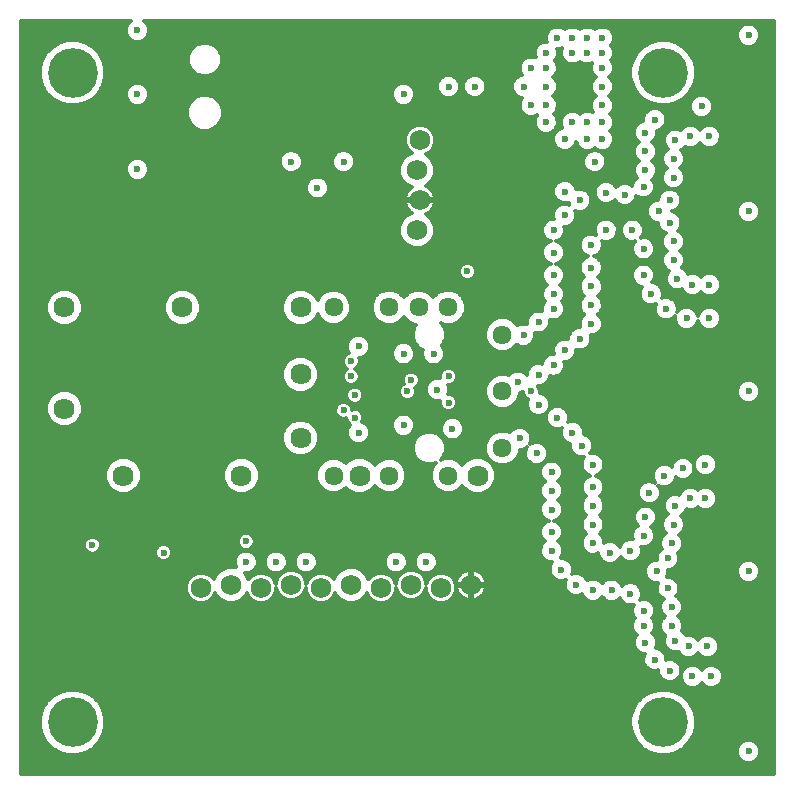
<source format=gbr>
G75*
%MOIN*%
%OFA0B0*%
%FSLAX25Y25*%
%IPPOS*%
%LPD*%
%AMOC8*
5,1,8,0,0,1.08239X$1,22.5*
%
%ADD10C,0.07028*%
%ADD11C,0.06358*%
%ADD12C,0.16598*%
%ADD13C,0.06800*%
%ADD14C,0.02362*%
%ADD15C,0.01299*%
D10*
X0064242Y0103598D03*
X0044557Y0125941D03*
X0044557Y0159701D03*
X0083927Y0159701D03*
X0123297Y0159701D03*
X0123297Y0137358D03*
X0123297Y0116098D03*
X0103612Y0103598D03*
X0142982Y0103598D03*
X0182352Y0103598D03*
D11*
X0172510Y0103598D03*
X0152825Y0103598D03*
X0134321Y0103598D03*
X0190620Y0112752D03*
X0190620Y0131650D03*
X0190620Y0150547D03*
X0172510Y0159701D03*
X0162667Y0159701D03*
X0152825Y0159701D03*
X0134321Y0159701D03*
D12*
X0047352Y0237870D03*
X0244203Y0237870D03*
X0244203Y0021335D03*
X0047352Y0021335D03*
D13*
X0090167Y0066150D03*
X0100167Y0067150D03*
X0110167Y0066150D03*
X0120167Y0067150D03*
X0130167Y0066150D03*
X0140167Y0067150D03*
X0150167Y0066150D03*
X0160167Y0067150D03*
X0170167Y0066150D03*
X0180167Y0067150D03*
X0162167Y0185400D03*
X0163167Y0195400D03*
X0162167Y0205400D03*
X0163167Y0215400D03*
D14*
X0176417Y0216650D03*
X0182667Y0216650D03*
X0188917Y0216650D03*
X0182667Y0210400D03*
X0200167Y0226965D03*
X0205167Y0226965D03*
X0205167Y0221340D03*
X0211417Y0215715D03*
X0213917Y0221340D03*
X0218917Y0221340D03*
X0223917Y0221340D03*
X0223917Y0226965D03*
X0223917Y0233215D03*
X0223917Y0239465D03*
X0223917Y0244465D03*
X0223917Y0249465D03*
X0218917Y0249465D03*
X0213917Y0249465D03*
X0213917Y0244465D03*
X0218917Y0244465D03*
X0208917Y0249465D03*
X0205167Y0244465D03*
X0205167Y0239465D03*
X0200167Y0239465D03*
X0197667Y0233215D03*
X0205167Y0233215D03*
X0218917Y0215715D03*
X0223917Y0215715D03*
X0221417Y0208215D03*
X0211417Y0198215D03*
X0216417Y0195400D03*
X0211417Y0190400D03*
X0207667Y0185400D03*
X0207667Y0177900D03*
X0207667Y0170400D03*
X0207667Y0164150D03*
X0207667Y0159150D03*
X0202667Y0154775D03*
X0197667Y0150400D03*
X0207667Y0140400D03*
X0202667Y0137275D03*
X0200167Y0131650D03*
X0202667Y0127275D03*
X0208917Y0122900D03*
X0213917Y0117900D03*
X0217042Y0113525D03*
X0220792Y0107275D03*
X0220792Y0099775D03*
X0220792Y0093525D03*
X0220792Y0087275D03*
X0220792Y0081025D03*
X0226417Y0077900D03*
X0233292Y0078525D03*
X0237667Y0083525D03*
X0238292Y0089775D03*
X0239542Y0097900D03*
X0244542Y0103525D03*
X0250792Y0106025D03*
X0258292Y0107275D03*
X0258292Y0096025D03*
X0253292Y0096025D03*
X0248292Y0093525D03*
X0247667Y0087275D03*
X0247042Y0081025D03*
X0245792Y0076025D03*
X0242042Y0071650D03*
X0245792Y0066025D03*
X0247042Y0059775D03*
X0247042Y0053525D03*
X0248292Y0048525D03*
X0252667Y0046650D03*
X0258917Y0046650D03*
X0260167Y0036650D03*
X0253917Y0036650D03*
X0246417Y0038525D03*
X0241417Y0042275D03*
X0238292Y0047900D03*
X0237667Y0053525D03*
X0237667Y0058525D03*
X0233292Y0064150D03*
X0227042Y0065400D03*
X0220792Y0065400D03*
X0215167Y0067275D03*
X0210167Y0072275D03*
X0207042Y0078525D03*
X0207042Y0084775D03*
X0207042Y0092275D03*
X0207042Y0098525D03*
X0207042Y0104775D03*
X0202042Y0111025D03*
X0196417Y0116025D03*
X0195792Y0134775D03*
X0211417Y0145400D03*
X0216417Y0149150D03*
X0220167Y0154150D03*
X0220167Y0160400D03*
X0220167Y0166650D03*
X0220167Y0172900D03*
X0220167Y0180400D03*
X0225167Y0185400D03*
X0233917Y0185400D03*
X0237667Y0179150D03*
X0247667Y0181650D03*
X0247667Y0175400D03*
X0248917Y0169150D03*
X0253917Y0167275D03*
X0259542Y0167275D03*
X0259542Y0156025D03*
X0252042Y0156025D03*
X0245167Y0159150D03*
X0240167Y0164150D03*
X0237667Y0170400D03*
X0246417Y0187900D03*
X0242667Y0191650D03*
X0246417Y0195400D03*
X0247667Y0202900D03*
X0247667Y0209150D03*
X0248292Y0215400D03*
X0253292Y0216650D03*
X0259542Y0216650D03*
X0257042Y0226650D03*
X0241417Y0222275D03*
X0238292Y0217900D03*
X0238292Y0211650D03*
X0238292Y0205400D03*
X0237667Y0199775D03*
X0231417Y0197275D03*
X0225167Y0197900D03*
X0181417Y0233215D03*
X0172667Y0233215D03*
X0157667Y0230715D03*
X0137667Y0208215D03*
X0128917Y0199465D03*
X0120167Y0208215D03*
X0068917Y0205715D03*
X0068917Y0230715D03*
X0068917Y0251965D03*
X0178917Y0171650D03*
X0167667Y0144150D03*
X0172667Y0136650D03*
X0168917Y0132275D03*
X0172667Y0127900D03*
X0173917Y0119150D03*
X0157667Y0120400D03*
X0158917Y0131650D03*
X0160167Y0135400D03*
X0157667Y0144150D03*
X0142667Y0146650D03*
X0140167Y0141650D03*
X0140167Y0136650D03*
X0141417Y0130400D03*
X0137667Y0125400D03*
X0141417Y0122900D03*
X0142667Y0117900D03*
X0155167Y0087900D03*
X0155167Y0074775D03*
X0165167Y0074775D03*
X0176417Y0087900D03*
X0125167Y0087900D03*
X0125167Y0074775D03*
X0115167Y0074775D03*
X0105167Y0074775D03*
X0105167Y0081650D03*
X0095167Y0087900D03*
X0077667Y0077900D03*
X0072667Y0071650D03*
X0053917Y0080400D03*
X0047667Y0071650D03*
X0227667Y0140400D03*
X0272667Y0131650D03*
X0272667Y0191650D03*
X0272667Y0250400D03*
X0272667Y0071650D03*
X0272667Y0011650D03*
D15*
X0030089Y0004071D02*
X0030089Y0255134D01*
X0066714Y0255134D01*
X0065697Y0254117D01*
X0065118Y0252720D01*
X0065118Y0251209D01*
X0065697Y0249812D01*
X0066765Y0248744D01*
X0068162Y0248165D01*
X0069673Y0248165D01*
X0071069Y0248744D01*
X0072138Y0249812D01*
X0072717Y0251209D01*
X0072717Y0252720D01*
X0072138Y0254117D01*
X0071121Y0255134D01*
X0281152Y0255134D01*
X0281152Y0004071D01*
X0030089Y0004071D01*
X0030089Y0004245D02*
X0281152Y0004245D01*
X0281152Y0005543D02*
X0030089Y0005543D01*
X0030089Y0006841D02*
X0281152Y0006841D01*
X0281152Y0008138D02*
X0274118Y0008138D01*
X0273423Y0007850D02*
X0274819Y0008429D01*
X0275888Y0009498D01*
X0276467Y0010894D01*
X0276467Y0012405D01*
X0275888Y0013802D01*
X0274819Y0014870D01*
X0273423Y0015449D01*
X0271912Y0015449D01*
X0270515Y0014870D01*
X0269447Y0013802D01*
X0268868Y0012405D01*
X0268868Y0010894D01*
X0269447Y0009498D01*
X0270515Y0008429D01*
X0271912Y0007850D01*
X0273423Y0007850D01*
X0271217Y0008138D02*
X0030089Y0008138D01*
X0030089Y0009436D02*
X0269508Y0009436D01*
X0268934Y0010734D02*
X0246821Y0010734D01*
X0245640Y0010417D02*
X0248417Y0011161D01*
X0250906Y0012599D01*
X0252939Y0014631D01*
X0254376Y0017121D01*
X0255120Y0019897D01*
X0255120Y0022772D01*
X0254376Y0025549D01*
X0252939Y0028038D01*
X0250906Y0030071D01*
X0248417Y0031508D01*
X0245640Y0032252D01*
X0242765Y0032252D01*
X0239989Y0031508D01*
X0237499Y0030071D01*
X0235467Y0028038D01*
X0234029Y0025549D01*
X0233285Y0022772D01*
X0233285Y0019897D01*
X0234029Y0017121D01*
X0235467Y0014631D01*
X0237499Y0012599D01*
X0239989Y0011161D01*
X0242765Y0010417D01*
X0245640Y0010417D01*
X0249924Y0012031D02*
X0268868Y0012031D01*
X0269251Y0013329D02*
X0251637Y0013329D01*
X0252934Y0014627D02*
X0270272Y0014627D01*
X0275063Y0014627D02*
X0281152Y0014627D01*
X0281152Y0015925D02*
X0253685Y0015925D01*
X0254403Y0017222D02*
X0281152Y0017222D01*
X0281152Y0018520D02*
X0254751Y0018520D01*
X0255099Y0019818D02*
X0281152Y0019818D01*
X0281152Y0021115D02*
X0255120Y0021115D01*
X0255120Y0022413D02*
X0281152Y0022413D01*
X0281152Y0023711D02*
X0254868Y0023711D01*
X0254521Y0025009D02*
X0281152Y0025009D01*
X0281152Y0026306D02*
X0253939Y0026306D01*
X0253189Y0027604D02*
X0281152Y0027604D01*
X0281152Y0028902D02*
X0252075Y0028902D01*
X0250683Y0030200D02*
X0281152Y0030200D01*
X0281152Y0031497D02*
X0248435Y0031497D01*
X0247173Y0034725D02*
X0248569Y0035304D01*
X0249638Y0036373D01*
X0250217Y0037769D01*
X0250217Y0039280D01*
X0249638Y0040677D01*
X0248569Y0041745D01*
X0247173Y0042324D01*
X0245662Y0042324D01*
X0245217Y0042139D01*
X0245217Y0043030D01*
X0244638Y0044427D01*
X0243569Y0045495D01*
X0242173Y0046074D01*
X0241648Y0046074D01*
X0242092Y0047144D01*
X0242092Y0048655D01*
X0241513Y0050052D01*
X0240540Y0051025D01*
X0240888Y0051373D01*
X0241467Y0052769D01*
X0241467Y0054280D01*
X0240888Y0055677D01*
X0240540Y0056025D01*
X0240888Y0056373D01*
X0241467Y0057769D01*
X0241467Y0059280D01*
X0240888Y0060677D01*
X0239819Y0061745D01*
X0238423Y0062324D01*
X0236912Y0062324D01*
X0236594Y0062192D01*
X0237092Y0063394D01*
X0237092Y0064905D01*
X0236513Y0066302D01*
X0235444Y0067370D01*
X0234048Y0067949D01*
X0232537Y0067949D01*
X0231140Y0067370D01*
X0230573Y0066803D01*
X0230263Y0067552D01*
X0229194Y0068620D01*
X0227798Y0069199D01*
X0226287Y0069199D01*
X0224890Y0068620D01*
X0223917Y0067647D01*
X0222944Y0068620D01*
X0221548Y0069199D01*
X0220037Y0069199D01*
X0218710Y0068649D01*
X0218388Y0069427D01*
X0217319Y0070495D01*
X0215923Y0071074D01*
X0214412Y0071074D01*
X0213652Y0070759D01*
X0213967Y0071519D01*
X0213967Y0073030D01*
X0213388Y0074427D01*
X0212319Y0075495D01*
X0210923Y0076074D01*
X0209964Y0076074D01*
X0210263Y0076373D01*
X0210842Y0077769D01*
X0210842Y0079280D01*
X0210263Y0080677D01*
X0209290Y0081650D01*
X0210263Y0082623D01*
X0210842Y0084019D01*
X0210842Y0085530D01*
X0210263Y0086927D01*
X0209194Y0087995D01*
X0207917Y0088525D01*
X0209194Y0089054D01*
X0210263Y0090123D01*
X0210842Y0091519D01*
X0210842Y0093030D01*
X0210263Y0094427D01*
X0209290Y0095400D01*
X0210263Y0096373D01*
X0210842Y0097769D01*
X0210842Y0099280D01*
X0210263Y0100677D01*
X0209290Y0101650D01*
X0210263Y0102623D01*
X0210842Y0104019D01*
X0210842Y0105530D01*
X0210263Y0106927D01*
X0209194Y0107995D01*
X0207798Y0108574D01*
X0206287Y0108574D01*
X0204890Y0107995D01*
X0203822Y0106927D01*
X0203243Y0105530D01*
X0203243Y0104019D01*
X0203822Y0102623D01*
X0204794Y0101650D01*
X0203822Y0100677D01*
X0203243Y0099280D01*
X0203243Y0097769D01*
X0203822Y0096373D01*
X0204794Y0095400D01*
X0203822Y0094427D01*
X0203243Y0093030D01*
X0203243Y0091519D01*
X0203822Y0090123D01*
X0204890Y0089054D01*
X0206168Y0088525D01*
X0204890Y0087995D01*
X0203822Y0086927D01*
X0203243Y0085530D01*
X0203243Y0084019D01*
X0203822Y0082623D01*
X0204794Y0081650D01*
X0203822Y0080677D01*
X0203243Y0079280D01*
X0203243Y0077769D01*
X0203822Y0076373D01*
X0204890Y0075304D01*
X0206287Y0074725D01*
X0207245Y0074725D01*
X0206947Y0074427D01*
X0206368Y0073030D01*
X0206368Y0071519D01*
X0206947Y0070123D01*
X0208015Y0069054D01*
X0209412Y0068475D01*
X0210923Y0068475D01*
X0211683Y0068790D01*
X0211368Y0068030D01*
X0211368Y0066519D01*
X0211947Y0065123D01*
X0213015Y0064054D01*
X0214412Y0063475D01*
X0215923Y0063475D01*
X0217250Y0064025D01*
X0217572Y0063248D01*
X0218640Y0062179D01*
X0220037Y0061600D01*
X0221548Y0061600D01*
X0222944Y0062179D01*
X0223917Y0063152D01*
X0224890Y0062179D01*
X0226287Y0061600D01*
X0227798Y0061600D01*
X0229194Y0062179D01*
X0229762Y0062746D01*
X0230072Y0061998D01*
X0231140Y0060929D01*
X0232537Y0060350D01*
X0234048Y0060350D01*
X0234366Y0060482D01*
X0233868Y0059280D01*
X0233868Y0057769D01*
X0234447Y0056373D01*
X0234794Y0056025D01*
X0234447Y0055677D01*
X0233868Y0054280D01*
X0233868Y0052769D01*
X0234447Y0051373D01*
X0235419Y0050400D01*
X0235072Y0050052D01*
X0234493Y0048655D01*
X0234493Y0047144D01*
X0235072Y0045748D01*
X0236140Y0044679D01*
X0237537Y0044100D01*
X0238061Y0044100D01*
X0237618Y0043030D01*
X0237618Y0041519D01*
X0238197Y0040123D01*
X0239265Y0039054D01*
X0240662Y0038475D01*
X0242173Y0038475D01*
X0242618Y0038660D01*
X0242618Y0037769D01*
X0243197Y0036373D01*
X0244265Y0035304D01*
X0245662Y0034725D01*
X0247173Y0034725D01*
X0248656Y0035390D02*
X0250327Y0035390D01*
X0250118Y0035894D02*
X0250697Y0034498D01*
X0251765Y0033429D01*
X0253162Y0032850D01*
X0254673Y0032850D01*
X0256069Y0033429D01*
X0257042Y0034402D01*
X0258015Y0033429D01*
X0259412Y0032850D01*
X0260923Y0032850D01*
X0262319Y0033429D01*
X0263388Y0034498D01*
X0263967Y0035894D01*
X0263967Y0037405D01*
X0263388Y0038802D01*
X0262319Y0039870D01*
X0260923Y0040449D01*
X0259412Y0040449D01*
X0258015Y0039870D01*
X0257042Y0038897D01*
X0256069Y0039870D01*
X0254673Y0040449D01*
X0253162Y0040449D01*
X0251765Y0039870D01*
X0250697Y0038802D01*
X0250118Y0037405D01*
X0250118Y0035894D01*
X0250118Y0036688D02*
X0249769Y0036688D01*
X0250217Y0037986D02*
X0250359Y0037986D01*
X0250215Y0039284D02*
X0251178Y0039284D01*
X0249678Y0040581D02*
X0281152Y0040581D01*
X0281152Y0039284D02*
X0262906Y0039284D01*
X0263726Y0037986D02*
X0281152Y0037986D01*
X0281152Y0036688D02*
X0263967Y0036688D01*
X0263758Y0035390D02*
X0281152Y0035390D01*
X0281152Y0034093D02*
X0262983Y0034093D01*
X0257351Y0034093D02*
X0256733Y0034093D01*
X0256656Y0039284D02*
X0257428Y0039284D01*
X0258162Y0042850D02*
X0259673Y0042850D01*
X0261069Y0043429D01*
X0262138Y0044498D01*
X0262717Y0045894D01*
X0262717Y0047405D01*
X0262138Y0048802D01*
X0261069Y0049870D01*
X0259673Y0050449D01*
X0258162Y0050449D01*
X0256765Y0049870D01*
X0255792Y0048897D01*
X0254819Y0049870D01*
X0253423Y0050449D01*
X0251912Y0050449D01*
X0251652Y0050341D01*
X0251513Y0050677D01*
X0250444Y0051745D01*
X0250422Y0051755D01*
X0250842Y0052769D01*
X0250842Y0054280D01*
X0250263Y0055677D01*
X0249290Y0056650D01*
X0250263Y0057623D01*
X0250842Y0059019D01*
X0250842Y0060530D01*
X0250263Y0061927D01*
X0249194Y0062995D01*
X0248446Y0063305D01*
X0249013Y0063873D01*
X0249592Y0065269D01*
X0249592Y0066780D01*
X0249013Y0068177D01*
X0247944Y0069245D01*
X0246548Y0069824D01*
X0245398Y0069824D01*
X0245842Y0070894D01*
X0245842Y0072225D01*
X0246548Y0072225D01*
X0247944Y0072804D01*
X0249013Y0073873D01*
X0249592Y0075269D01*
X0249592Y0076780D01*
X0249172Y0077794D01*
X0249194Y0077804D01*
X0250263Y0078873D01*
X0250842Y0080269D01*
X0250842Y0081780D01*
X0250263Y0083177D01*
X0249513Y0083927D01*
X0249819Y0084054D01*
X0250888Y0085123D01*
X0251467Y0086519D01*
X0251467Y0088030D01*
X0250888Y0089427D01*
X0250138Y0090177D01*
X0250444Y0090304D01*
X0251513Y0091373D01*
X0251965Y0092462D01*
X0252537Y0092225D01*
X0254048Y0092225D01*
X0255444Y0092804D01*
X0255792Y0093152D01*
X0256140Y0092804D01*
X0257537Y0092225D01*
X0259048Y0092225D01*
X0260444Y0092804D01*
X0261513Y0093873D01*
X0262092Y0095269D01*
X0262092Y0096780D01*
X0261513Y0098177D01*
X0260444Y0099245D01*
X0259048Y0099824D01*
X0257537Y0099824D01*
X0256140Y0099245D01*
X0255792Y0098897D01*
X0255444Y0099245D01*
X0254048Y0099824D01*
X0252537Y0099824D01*
X0251140Y0099245D01*
X0250072Y0098177D01*
X0249620Y0097087D01*
X0249048Y0097324D01*
X0247537Y0097324D01*
X0246140Y0096745D01*
X0245072Y0095677D01*
X0244493Y0094280D01*
X0244493Y0092769D01*
X0245072Y0091373D01*
X0245822Y0090622D01*
X0245515Y0090495D01*
X0244447Y0089427D01*
X0243868Y0088030D01*
X0243868Y0086519D01*
X0244447Y0085123D01*
X0245197Y0084372D01*
X0244890Y0084245D01*
X0243822Y0083177D01*
X0243243Y0081780D01*
X0243243Y0080269D01*
X0243663Y0079255D01*
X0243640Y0079245D01*
X0242572Y0078177D01*
X0241993Y0076780D01*
X0241993Y0075449D01*
X0241287Y0075449D01*
X0239890Y0074870D01*
X0238822Y0073802D01*
X0238243Y0072405D01*
X0238243Y0070894D01*
X0238822Y0069498D01*
X0239890Y0068429D01*
X0241287Y0067850D01*
X0242436Y0067850D01*
X0241993Y0066780D01*
X0241993Y0065269D01*
X0242572Y0063873D01*
X0243640Y0062804D01*
X0244389Y0062494D01*
X0243822Y0061927D01*
X0243243Y0060530D01*
X0243243Y0059019D01*
X0243822Y0057623D01*
X0244794Y0056650D01*
X0243822Y0055677D01*
X0243243Y0054280D01*
X0243243Y0052769D01*
X0243822Y0051373D01*
X0244890Y0050304D01*
X0244913Y0050294D01*
X0244493Y0049280D01*
X0244493Y0047769D01*
X0245072Y0046373D01*
X0246140Y0045304D01*
X0247537Y0044725D01*
X0249048Y0044725D01*
X0249308Y0044833D01*
X0249447Y0044498D01*
X0250515Y0043429D01*
X0251912Y0042850D01*
X0253423Y0042850D01*
X0254819Y0043429D01*
X0255792Y0044402D01*
X0256765Y0043429D01*
X0258162Y0042850D01*
X0257374Y0043177D02*
X0254211Y0043177D01*
X0251124Y0043177D02*
X0245156Y0043177D01*
X0244590Y0044474D02*
X0249470Y0044474D01*
X0248247Y0041879D02*
X0281152Y0041879D01*
X0281152Y0043177D02*
X0260461Y0043177D01*
X0262115Y0044474D02*
X0281152Y0044474D01*
X0281152Y0045772D02*
X0262666Y0045772D01*
X0262717Y0047070D02*
X0281152Y0047070D01*
X0281152Y0048368D02*
X0262318Y0048368D01*
X0261274Y0049665D02*
X0281152Y0049665D01*
X0281152Y0050963D02*
X0251227Y0050963D01*
X0250631Y0052261D02*
X0281152Y0052261D01*
X0281152Y0053559D02*
X0250842Y0053559D01*
X0250603Y0054856D02*
X0281152Y0054856D01*
X0281152Y0056154D02*
X0249786Y0056154D01*
X0250092Y0057452D02*
X0281152Y0057452D01*
X0281152Y0058749D02*
X0250730Y0058749D01*
X0250842Y0060047D02*
X0281152Y0060047D01*
X0281152Y0061345D02*
X0250504Y0061345D01*
X0249547Y0062643D02*
X0281152Y0062643D01*
X0281152Y0063940D02*
X0249041Y0063940D01*
X0249579Y0065238D02*
X0281152Y0065238D01*
X0281152Y0066536D02*
X0249592Y0066536D01*
X0249155Y0067834D02*
X0281152Y0067834D01*
X0281152Y0069131D02*
X0275522Y0069131D01*
X0275888Y0069498D02*
X0276467Y0070894D01*
X0276467Y0072405D01*
X0275888Y0073802D01*
X0274819Y0074870D01*
X0273423Y0075449D01*
X0271912Y0075449D01*
X0270515Y0074870D01*
X0269447Y0073802D01*
X0268868Y0072405D01*
X0268868Y0070894D01*
X0269447Y0069498D01*
X0270515Y0068429D01*
X0271912Y0067850D01*
X0273423Y0067850D01*
X0274819Y0068429D01*
X0275888Y0069498D01*
X0276274Y0070429D02*
X0281152Y0070429D01*
X0281152Y0071727D02*
X0276467Y0071727D01*
X0276210Y0073024D02*
X0281152Y0073024D01*
X0281152Y0074322D02*
X0275368Y0074322D01*
X0269967Y0074322D02*
X0249199Y0074322D01*
X0249592Y0075620D02*
X0281152Y0075620D01*
X0281152Y0076918D02*
X0249535Y0076918D01*
X0249606Y0078215D02*
X0281152Y0078215D01*
X0281152Y0079513D02*
X0250528Y0079513D01*
X0250842Y0080811D02*
X0281152Y0080811D01*
X0281152Y0082108D02*
X0250706Y0082108D01*
X0250034Y0083406D02*
X0281152Y0083406D01*
X0281152Y0084704D02*
X0250470Y0084704D01*
X0251252Y0086002D02*
X0281152Y0086002D01*
X0281152Y0087299D02*
X0251467Y0087299D01*
X0251232Y0088597D02*
X0281152Y0088597D01*
X0281152Y0089895D02*
X0250420Y0089895D01*
X0251333Y0091193D02*
X0281152Y0091193D01*
X0281152Y0092490D02*
X0259688Y0092490D01*
X0261429Y0093788D02*
X0281152Y0093788D01*
X0281152Y0095086D02*
X0262016Y0095086D01*
X0262092Y0096383D02*
X0281152Y0096383D01*
X0281152Y0097681D02*
X0261718Y0097681D01*
X0260711Y0098979D02*
X0281152Y0098979D01*
X0281152Y0100277D02*
X0246629Y0100277D01*
X0246694Y0100304D02*
X0247763Y0101373D01*
X0248342Y0102769D01*
X0248342Y0103103D01*
X0248640Y0102804D01*
X0250037Y0102225D01*
X0251548Y0102225D01*
X0252944Y0102804D01*
X0254013Y0103873D01*
X0254592Y0105269D01*
X0254592Y0106281D01*
X0255072Y0105123D01*
X0256140Y0104054D01*
X0257537Y0103475D01*
X0259048Y0103475D01*
X0260444Y0104054D01*
X0261513Y0105123D01*
X0262092Y0106519D01*
X0262092Y0108030D01*
X0261513Y0109427D01*
X0260444Y0110495D01*
X0259048Y0111074D01*
X0257537Y0111074D01*
X0256140Y0110495D01*
X0255072Y0109427D01*
X0254493Y0108030D01*
X0254493Y0107018D01*
X0254013Y0108177D01*
X0252944Y0109245D01*
X0251548Y0109824D01*
X0250037Y0109824D01*
X0248640Y0109245D01*
X0247572Y0108177D01*
X0246993Y0106780D01*
X0246993Y0106447D01*
X0246694Y0106745D01*
X0245298Y0107324D01*
X0243787Y0107324D01*
X0242390Y0106745D01*
X0241322Y0105677D01*
X0240743Y0104280D01*
X0240743Y0102769D01*
X0241322Y0101373D01*
X0241488Y0101206D01*
X0240298Y0101699D01*
X0238787Y0101699D01*
X0237390Y0101120D01*
X0236322Y0100052D01*
X0235743Y0098655D01*
X0235743Y0097144D01*
X0236322Y0095748D01*
X0237390Y0094679D01*
X0238787Y0094100D01*
X0240298Y0094100D01*
X0241694Y0094679D01*
X0242763Y0095748D01*
X0243342Y0097144D01*
X0243342Y0098655D01*
X0242763Y0100052D01*
X0242596Y0100218D01*
X0243787Y0099725D01*
X0245298Y0099725D01*
X0246694Y0100304D01*
X0247847Y0101574D02*
X0281152Y0101574D01*
X0281152Y0102872D02*
X0253013Y0102872D01*
X0254136Y0104170D02*
X0256024Y0104170D01*
X0254929Y0105468D02*
X0254592Y0105468D01*
X0254507Y0108063D02*
X0254060Y0108063D01*
X0255044Y0109361D02*
X0252666Y0109361D01*
X0248919Y0109361D02*
X0224040Y0109361D01*
X0224013Y0109427D02*
X0222944Y0110495D01*
X0221548Y0111074D01*
X0220037Y0111074D01*
X0219913Y0111023D01*
X0220263Y0111373D01*
X0220842Y0112769D01*
X0220842Y0114280D01*
X0220263Y0115677D01*
X0219194Y0116745D01*
X0217798Y0117324D01*
X0217717Y0117324D01*
X0217717Y0118655D01*
X0217138Y0120052D01*
X0216069Y0121120D01*
X0214673Y0121699D01*
X0213162Y0121699D01*
X0212402Y0121384D01*
X0212717Y0122144D01*
X0212717Y0123655D01*
X0212138Y0125052D01*
X0211069Y0126120D01*
X0209673Y0126699D01*
X0208162Y0126699D01*
X0206765Y0126120D01*
X0205974Y0125329D01*
X0206467Y0126519D01*
X0206467Y0128030D01*
X0205888Y0129427D01*
X0204819Y0130495D01*
X0203423Y0131074D01*
X0202976Y0131074D01*
X0202982Y0131090D01*
X0202982Y0132210D01*
X0202554Y0133244D01*
X0202322Y0133475D01*
X0203423Y0133475D01*
X0204819Y0134054D01*
X0205888Y0135123D01*
X0206467Y0136519D01*
X0206467Y0136785D01*
X0206912Y0136600D01*
X0208423Y0136600D01*
X0209819Y0137179D01*
X0210888Y0138248D01*
X0211467Y0139644D01*
X0211467Y0141155D01*
X0211282Y0141600D01*
X0212173Y0141600D01*
X0213569Y0142179D01*
X0214638Y0143248D01*
X0215217Y0144644D01*
X0215217Y0145535D01*
X0215662Y0145350D01*
X0217173Y0145350D01*
X0218569Y0145929D01*
X0219638Y0146998D01*
X0220217Y0148394D01*
X0220217Y0149905D01*
X0220032Y0150350D01*
X0220923Y0150350D01*
X0222319Y0150929D01*
X0223388Y0151998D01*
X0223967Y0153394D01*
X0223967Y0154905D01*
X0223388Y0156302D01*
X0222415Y0157275D01*
X0223388Y0158248D01*
X0223967Y0159644D01*
X0223967Y0161155D01*
X0223388Y0162552D01*
X0222415Y0163525D01*
X0223388Y0164498D01*
X0223967Y0165894D01*
X0223967Y0167405D01*
X0223388Y0168802D01*
X0222415Y0169775D01*
X0223388Y0170748D01*
X0223967Y0172144D01*
X0223967Y0173655D01*
X0223388Y0175052D01*
X0222319Y0176120D01*
X0221042Y0176650D01*
X0222319Y0177179D01*
X0223388Y0178248D01*
X0223967Y0179644D01*
X0223967Y0181155D01*
X0223652Y0181915D01*
X0224412Y0181600D01*
X0225923Y0181600D01*
X0227319Y0182179D01*
X0228388Y0183248D01*
X0228967Y0184644D01*
X0228967Y0186155D01*
X0228388Y0187552D01*
X0227319Y0188620D01*
X0225923Y0189199D01*
X0224412Y0189199D01*
X0223015Y0188620D01*
X0221947Y0187552D01*
X0221368Y0186155D01*
X0221368Y0184644D01*
X0221683Y0183884D01*
X0220923Y0184199D01*
X0219412Y0184199D01*
X0218015Y0183620D01*
X0216947Y0182552D01*
X0216368Y0181155D01*
X0216368Y0179644D01*
X0216947Y0178248D01*
X0218015Y0177179D01*
X0219293Y0176650D01*
X0218015Y0176120D01*
X0216947Y0175052D01*
X0216368Y0173655D01*
X0216368Y0172144D01*
X0216947Y0170748D01*
X0217919Y0169775D01*
X0216947Y0168802D01*
X0216368Y0167405D01*
X0216368Y0165894D01*
X0216947Y0164498D01*
X0217919Y0163525D01*
X0216947Y0162552D01*
X0216368Y0161155D01*
X0216368Y0159644D01*
X0216947Y0158248D01*
X0217919Y0157275D01*
X0216947Y0156302D01*
X0216368Y0154905D01*
X0216368Y0153394D01*
X0216552Y0152949D01*
X0215662Y0152949D01*
X0214265Y0152370D01*
X0213197Y0151302D01*
X0212618Y0149905D01*
X0212618Y0149014D01*
X0212173Y0149199D01*
X0210662Y0149199D01*
X0209265Y0148620D01*
X0208197Y0147552D01*
X0207618Y0146155D01*
X0207618Y0144644D01*
X0207802Y0144199D01*
X0206912Y0144199D01*
X0205515Y0143620D01*
X0204447Y0142552D01*
X0203868Y0141155D01*
X0203868Y0140889D01*
X0203423Y0141074D01*
X0201912Y0141074D01*
X0200515Y0140495D01*
X0199447Y0139427D01*
X0198868Y0138030D01*
X0198868Y0137072D01*
X0197944Y0137995D01*
X0196548Y0138574D01*
X0195037Y0138574D01*
X0193640Y0137995D01*
X0192705Y0137061D01*
X0191773Y0137447D01*
X0189467Y0137447D01*
X0187336Y0136564D01*
X0185705Y0134933D01*
X0184823Y0132803D01*
X0184823Y0130496D01*
X0185705Y0128366D01*
X0187336Y0126735D01*
X0189467Y0125852D01*
X0191773Y0125852D01*
X0193904Y0126735D01*
X0195535Y0128366D01*
X0196417Y0130496D01*
X0196417Y0130975D01*
X0196548Y0130975D01*
X0197352Y0131309D01*
X0197352Y0131090D01*
X0197781Y0130055D01*
X0198573Y0129263D01*
X0199261Y0128978D01*
X0198868Y0128030D01*
X0198868Y0126519D01*
X0199447Y0125123D01*
X0200515Y0124054D01*
X0201912Y0123475D01*
X0203423Y0123475D01*
X0204819Y0124054D01*
X0205611Y0124846D01*
X0205118Y0123655D01*
X0205118Y0122144D01*
X0205697Y0120748D01*
X0206765Y0119679D01*
X0208162Y0119100D01*
X0209673Y0119100D01*
X0210433Y0119415D01*
X0210118Y0118655D01*
X0210118Y0117144D01*
X0210697Y0115748D01*
X0211765Y0114679D01*
X0213162Y0114100D01*
X0213243Y0114100D01*
X0213243Y0112769D01*
X0213822Y0111373D01*
X0214890Y0110304D01*
X0216287Y0109725D01*
X0217798Y0109725D01*
X0217921Y0109776D01*
X0217572Y0109427D01*
X0216993Y0108030D01*
X0216993Y0106519D01*
X0217572Y0105123D01*
X0218640Y0104054D01*
X0219918Y0103525D01*
X0218640Y0102995D01*
X0217572Y0101927D01*
X0216993Y0100530D01*
X0216993Y0099019D01*
X0217572Y0097623D01*
X0218544Y0096650D01*
X0217572Y0095677D01*
X0216993Y0094280D01*
X0216993Y0092769D01*
X0217572Y0091373D01*
X0218544Y0090400D01*
X0217572Y0089427D01*
X0216993Y0088030D01*
X0216993Y0086519D01*
X0217572Y0085123D01*
X0218544Y0084150D01*
X0217572Y0083177D01*
X0216993Y0081780D01*
X0216993Y0080269D01*
X0217572Y0078873D01*
X0218640Y0077804D01*
X0220037Y0077225D01*
X0221548Y0077225D01*
X0222618Y0077669D01*
X0222618Y0077144D01*
X0223197Y0075748D01*
X0224265Y0074679D01*
X0225662Y0074100D01*
X0227173Y0074100D01*
X0228569Y0074679D01*
X0229638Y0075748D01*
X0229984Y0076583D01*
X0230072Y0076373D01*
X0231140Y0075304D01*
X0232537Y0074725D01*
X0234048Y0074725D01*
X0235444Y0075304D01*
X0236513Y0076373D01*
X0237092Y0077769D01*
X0237092Y0079280D01*
X0236906Y0079728D01*
X0236912Y0079725D01*
X0238423Y0079725D01*
X0239819Y0080304D01*
X0240888Y0081373D01*
X0241467Y0082769D01*
X0241467Y0084280D01*
X0240888Y0085677D01*
X0240138Y0086427D01*
X0240444Y0086554D01*
X0241513Y0087623D01*
X0242092Y0089019D01*
X0242092Y0090530D01*
X0241513Y0091927D01*
X0240444Y0092995D01*
X0239048Y0093574D01*
X0237537Y0093574D01*
X0236140Y0092995D01*
X0235072Y0091927D01*
X0234493Y0090530D01*
X0234493Y0089019D01*
X0235072Y0087623D01*
X0235822Y0086872D01*
X0235515Y0086745D01*
X0234447Y0085677D01*
X0233868Y0084280D01*
X0233868Y0082769D01*
X0234053Y0082322D01*
X0234048Y0082324D01*
X0232537Y0082324D01*
X0231140Y0081745D01*
X0230072Y0080677D01*
X0229725Y0079841D01*
X0229638Y0080052D01*
X0228569Y0081120D01*
X0227173Y0081699D01*
X0225662Y0081699D01*
X0224592Y0081256D01*
X0224592Y0081780D01*
X0224013Y0083177D01*
X0223040Y0084150D01*
X0224013Y0085123D01*
X0224592Y0086519D01*
X0224592Y0088030D01*
X0224013Y0089427D01*
X0223040Y0090400D01*
X0224013Y0091373D01*
X0224592Y0092769D01*
X0224592Y0094280D01*
X0224013Y0095677D01*
X0223040Y0096650D01*
X0224013Y0097623D01*
X0224592Y0099019D01*
X0224592Y0100530D01*
X0224013Y0101927D01*
X0222944Y0102995D01*
X0221667Y0103525D01*
X0222944Y0104054D01*
X0224013Y0105123D01*
X0224592Y0106519D01*
X0224592Y0108030D01*
X0224013Y0109427D01*
X0224578Y0108063D02*
X0247524Y0108063D01*
X0246993Y0106765D02*
X0246647Y0106765D01*
X0242438Y0106765D02*
X0224592Y0106765D01*
X0224156Y0105468D02*
X0241235Y0105468D01*
X0240743Y0104170D02*
X0223060Y0104170D01*
X0223068Y0102872D02*
X0240743Y0102872D01*
X0240598Y0101574D02*
X0241238Y0101574D01*
X0238486Y0101574D02*
X0224159Y0101574D01*
X0224592Y0100277D02*
X0236546Y0100277D01*
X0235877Y0098979D02*
X0224575Y0098979D01*
X0224037Y0097681D02*
X0235743Y0097681D01*
X0236058Y0096383D02*
X0223306Y0096383D01*
X0224258Y0095086D02*
X0236983Y0095086D01*
X0235635Y0092490D02*
X0224476Y0092490D01*
X0224592Y0093788D02*
X0244493Y0093788D01*
X0244609Y0092490D02*
X0240950Y0092490D01*
X0241817Y0091193D02*
X0245251Y0091193D01*
X0244915Y0089895D02*
X0242092Y0089895D01*
X0241917Y0088597D02*
X0244103Y0088597D01*
X0243868Y0087299D02*
X0241190Y0087299D01*
X0240563Y0086002D02*
X0244082Y0086002D01*
X0244865Y0084704D02*
X0241291Y0084704D01*
X0241467Y0083406D02*
X0244051Y0083406D01*
X0243379Y0082108D02*
X0241193Y0082108D01*
X0240326Y0080811D02*
X0243243Y0080811D01*
X0243556Y0079513D02*
X0236995Y0079513D01*
X0237092Y0078215D02*
X0242610Y0078215D01*
X0242050Y0076918D02*
X0236739Y0076918D01*
X0235760Y0075620D02*
X0241993Y0075620D01*
X0239342Y0074322D02*
X0227708Y0074322D01*
X0229510Y0075620D02*
X0230824Y0075620D01*
X0230206Y0080811D02*
X0228879Y0080811D01*
X0232017Y0082108D02*
X0224456Y0082108D01*
X0223784Y0083406D02*
X0233868Y0083406D01*
X0234044Y0084704D02*
X0223595Y0084704D01*
X0224377Y0086002D02*
X0234771Y0086002D01*
X0235395Y0087299D02*
X0224592Y0087299D01*
X0224357Y0088597D02*
X0234668Y0088597D01*
X0234493Y0089895D02*
X0223545Y0089895D01*
X0223833Y0091193D02*
X0234767Y0091193D01*
X0242101Y0095086D02*
X0244827Y0095086D01*
X0245778Y0096383D02*
X0243027Y0096383D01*
X0243342Y0097681D02*
X0249866Y0097681D01*
X0250874Y0098979D02*
X0243207Y0098979D01*
X0248342Y0102872D02*
X0248572Y0102872D01*
X0255711Y0098979D02*
X0255874Y0098979D01*
X0256897Y0092490D02*
X0254688Y0092490D01*
X0260560Y0104170D02*
X0281152Y0104170D01*
X0281152Y0105468D02*
X0261656Y0105468D01*
X0262092Y0106765D02*
X0281152Y0106765D01*
X0281152Y0108063D02*
X0262078Y0108063D01*
X0261540Y0109361D02*
X0281152Y0109361D01*
X0281152Y0110658D02*
X0260051Y0110658D01*
X0256534Y0110658D02*
X0222551Y0110658D01*
X0220505Y0111956D02*
X0281152Y0111956D01*
X0281152Y0113254D02*
X0220842Y0113254D01*
X0220729Y0114552D02*
X0281152Y0114552D01*
X0281152Y0115849D02*
X0220091Y0115849D01*
X0218225Y0117147D02*
X0281152Y0117147D01*
X0281152Y0118445D02*
X0217717Y0118445D01*
X0217266Y0119742D02*
X0281152Y0119742D01*
X0281152Y0121040D02*
X0216150Y0121040D01*
X0212717Y0122338D02*
X0281152Y0122338D01*
X0281152Y0123636D02*
X0212717Y0123636D01*
X0212187Y0124933D02*
X0281152Y0124933D01*
X0281152Y0126231D02*
X0210802Y0126231D01*
X0207032Y0126231D02*
X0206347Y0126231D01*
X0206467Y0127529D02*
X0281152Y0127529D01*
X0281152Y0128827D02*
X0275217Y0128827D01*
X0274819Y0128429D02*
X0275888Y0129498D01*
X0276467Y0130894D01*
X0276467Y0132405D01*
X0275888Y0133802D01*
X0274819Y0134870D01*
X0273423Y0135449D01*
X0271912Y0135449D01*
X0270515Y0134870D01*
X0269447Y0133802D01*
X0268868Y0132405D01*
X0268868Y0130894D01*
X0269447Y0129498D01*
X0270515Y0128429D01*
X0271912Y0127850D01*
X0273423Y0127850D01*
X0274819Y0128429D01*
X0276148Y0130124D02*
X0281152Y0130124D01*
X0281152Y0131422D02*
X0276467Y0131422D01*
X0276336Y0132720D02*
X0281152Y0132720D01*
X0281152Y0134017D02*
X0275672Y0134017D01*
X0273746Y0135315D02*
X0281152Y0135315D01*
X0281152Y0136613D02*
X0208453Y0136613D01*
X0206881Y0136613D02*
X0206467Y0136613D01*
X0205968Y0135315D02*
X0271589Y0135315D01*
X0269662Y0134017D02*
X0204732Y0134017D01*
X0202771Y0132720D02*
X0268998Y0132720D01*
X0268868Y0131422D02*
X0202982Y0131422D01*
X0205191Y0130124D02*
X0269187Y0130124D01*
X0270117Y0128827D02*
X0206137Y0128827D01*
X0205118Y0123636D02*
X0203810Y0123636D01*
X0205118Y0122338D02*
X0176102Y0122338D01*
X0176069Y0122370D02*
X0174673Y0122949D01*
X0173162Y0122949D01*
X0171765Y0122370D01*
X0170697Y0121302D01*
X0170118Y0119905D01*
X0170118Y0118394D01*
X0170697Y0116998D01*
X0171765Y0115929D01*
X0173162Y0115350D01*
X0174673Y0115350D01*
X0176069Y0115929D01*
X0177138Y0116998D01*
X0177717Y0118394D01*
X0177717Y0119905D01*
X0177138Y0121302D01*
X0176069Y0122370D01*
X0177246Y0121040D02*
X0205575Y0121040D01*
X0206702Y0119742D02*
X0197369Y0119742D01*
X0197173Y0119824D02*
X0195662Y0119824D01*
X0194265Y0119245D01*
X0193197Y0118177D01*
X0193120Y0117991D01*
X0191773Y0118549D01*
X0189467Y0118549D01*
X0187336Y0117667D01*
X0185705Y0116036D01*
X0184823Y0113905D01*
X0184823Y0111599D01*
X0185705Y0109468D01*
X0187336Y0107837D01*
X0189467Y0106955D01*
X0191773Y0106955D01*
X0193904Y0107837D01*
X0195535Y0109468D01*
X0196417Y0111599D01*
X0196417Y0112225D01*
X0197173Y0112225D01*
X0198569Y0112804D01*
X0198736Y0112971D01*
X0198243Y0111780D01*
X0198243Y0110269D01*
X0198822Y0108873D01*
X0199890Y0107804D01*
X0201287Y0107225D01*
X0202798Y0107225D01*
X0204194Y0107804D01*
X0205263Y0108873D01*
X0205842Y0110269D01*
X0205842Y0111780D01*
X0205263Y0113177D01*
X0204194Y0114245D01*
X0202798Y0114824D01*
X0201287Y0114824D01*
X0199890Y0114245D01*
X0199724Y0114079D01*
X0200217Y0115269D01*
X0200217Y0116780D01*
X0199638Y0118177D01*
X0198569Y0119245D01*
X0197173Y0119824D01*
X0195465Y0119742D02*
X0177717Y0119742D01*
X0177717Y0118445D02*
X0189215Y0118445D01*
X0186817Y0117147D02*
X0177200Y0117147D01*
X0175878Y0115849D02*
X0185628Y0115849D01*
X0185091Y0114552D02*
X0171389Y0114552D01*
X0171683Y0113841D02*
X0170850Y0115852D01*
X0169311Y0117391D01*
X0167299Y0118224D01*
X0165122Y0118224D01*
X0163111Y0117391D01*
X0161571Y0115852D01*
X0160738Y0113841D01*
X0160738Y0111663D01*
X0161571Y0109652D01*
X0163111Y0108113D01*
X0165122Y0107280D01*
X0167299Y0107280D01*
X0168483Y0107770D01*
X0167595Y0106882D01*
X0166713Y0104752D01*
X0166713Y0102445D01*
X0167595Y0100315D01*
X0169226Y0098684D01*
X0171357Y0097801D01*
X0173663Y0097801D01*
X0175794Y0098684D01*
X0177194Y0100085D01*
X0178879Y0098400D01*
X0181133Y0097467D01*
X0183572Y0097467D01*
X0185826Y0098400D01*
X0187551Y0100125D01*
X0188484Y0102379D01*
X0188484Y0104818D01*
X0187551Y0107072D01*
X0185826Y0108797D01*
X0183572Y0109730D01*
X0181133Y0109730D01*
X0178879Y0108797D01*
X0177194Y0107112D01*
X0175794Y0108513D01*
X0173663Y0109396D01*
X0171357Y0109396D01*
X0170054Y0108856D01*
X0170850Y0109652D01*
X0171683Y0111663D01*
X0171683Y0113841D01*
X0171683Y0113254D02*
X0184823Y0113254D01*
X0184823Y0111956D02*
X0171683Y0111956D01*
X0171267Y0110658D02*
X0185212Y0110658D01*
X0185813Y0109361D02*
X0184464Y0109361D01*
X0186560Y0108063D02*
X0187111Y0108063D01*
X0187678Y0106765D02*
X0203755Y0106765D01*
X0203243Y0105468D02*
X0188215Y0105468D01*
X0188484Y0104170D02*
X0203243Y0104170D01*
X0203718Y0102872D02*
X0188484Y0102872D01*
X0188151Y0101574D02*
X0204719Y0101574D01*
X0203656Y0100277D02*
X0187614Y0100277D01*
X0186405Y0098979D02*
X0203243Y0098979D01*
X0203279Y0097681D02*
X0184090Y0097681D01*
X0180614Y0097681D02*
X0144720Y0097681D01*
X0144202Y0097467D02*
X0141763Y0097467D01*
X0139509Y0098400D01*
X0138415Y0099494D01*
X0137605Y0098684D01*
X0135474Y0097801D01*
X0133168Y0097801D01*
X0131037Y0098684D01*
X0129406Y0100315D01*
X0128524Y0102445D01*
X0128524Y0104752D01*
X0129406Y0106882D01*
X0131037Y0108513D01*
X0133168Y0109396D01*
X0135474Y0109396D01*
X0137605Y0108513D01*
X0138415Y0107703D01*
X0139509Y0108797D01*
X0141763Y0109730D01*
X0144202Y0109730D01*
X0146456Y0108797D01*
X0148140Y0107112D01*
X0149541Y0108513D01*
X0151672Y0109396D01*
X0153978Y0109396D01*
X0156109Y0108513D01*
X0157739Y0106882D01*
X0158622Y0104752D01*
X0158622Y0102445D01*
X0157739Y0100315D01*
X0156109Y0098684D01*
X0153978Y0097801D01*
X0151672Y0097801D01*
X0149541Y0098684D01*
X0148140Y0100085D01*
X0146456Y0098400D01*
X0144202Y0097467D01*
X0141244Y0097681D02*
X0105350Y0097681D01*
X0104832Y0097467D02*
X0102392Y0097467D01*
X0100139Y0098400D01*
X0098414Y0100125D01*
X0097480Y0102379D01*
X0097480Y0104818D01*
X0098414Y0107072D01*
X0100139Y0108797D01*
X0102392Y0109730D01*
X0104832Y0109730D01*
X0107086Y0108797D01*
X0108811Y0107072D01*
X0109744Y0104818D01*
X0109744Y0102379D01*
X0108811Y0100125D01*
X0107086Y0098400D01*
X0104832Y0097467D01*
X0101874Y0097681D02*
X0065980Y0097681D01*
X0065462Y0097467D02*
X0063022Y0097467D01*
X0060769Y0098400D01*
X0059044Y0100125D01*
X0058110Y0102379D01*
X0058110Y0104818D01*
X0059044Y0107072D01*
X0060769Y0108797D01*
X0063022Y0109730D01*
X0065462Y0109730D01*
X0067716Y0108797D01*
X0069440Y0107072D01*
X0070374Y0104818D01*
X0070374Y0102379D01*
X0069440Y0100125D01*
X0067716Y0098400D01*
X0065462Y0097467D01*
X0062504Y0097681D02*
X0030089Y0097681D01*
X0030089Y0096383D02*
X0203817Y0096383D01*
X0204481Y0095086D02*
X0030089Y0095086D01*
X0030089Y0093788D02*
X0203557Y0093788D01*
X0203243Y0092490D02*
X0030089Y0092490D01*
X0030089Y0091193D02*
X0203378Y0091193D01*
X0204049Y0089895D02*
X0030089Y0089895D01*
X0030089Y0088597D02*
X0205993Y0088597D01*
X0208092Y0088597D02*
X0217228Y0088597D01*
X0216993Y0087299D02*
X0209890Y0087299D01*
X0210646Y0086002D02*
X0217207Y0086002D01*
X0217990Y0084704D02*
X0210842Y0084704D01*
X0210588Y0083406D02*
X0217801Y0083406D01*
X0217129Y0082108D02*
X0209749Y0082108D01*
X0210129Y0080811D02*
X0216993Y0080811D01*
X0217306Y0079513D02*
X0210745Y0079513D01*
X0210842Y0078215D02*
X0218229Y0078215D01*
X0213431Y0074322D02*
X0225126Y0074322D01*
X0223324Y0075620D02*
X0212019Y0075620D01*
X0210489Y0076918D02*
X0222712Y0076918D01*
X0221711Y0069131D02*
X0226124Y0069131D01*
X0227961Y0069131D02*
X0239188Y0069131D01*
X0238436Y0070429D02*
X0217386Y0070429D01*
X0218511Y0069131D02*
X0219874Y0069131D01*
X0223731Y0067834D02*
X0224103Y0067834D01*
X0224426Y0062643D02*
X0223408Y0062643D01*
X0218176Y0062643D02*
X0182445Y0062643D01*
X0182106Y0062470D02*
X0182814Y0062831D01*
X0183457Y0063298D01*
X0184019Y0063860D01*
X0184486Y0064503D01*
X0184847Y0065211D01*
X0185093Y0065967D01*
X0185217Y0066752D01*
X0185217Y0066799D01*
X0180518Y0066799D01*
X0180518Y0067500D01*
X0185217Y0067500D01*
X0185217Y0067547D01*
X0185093Y0068332D01*
X0184847Y0069088D01*
X0184486Y0069796D01*
X0184019Y0070439D01*
X0183457Y0071001D01*
X0182814Y0071468D01*
X0182106Y0071829D01*
X0181350Y0072075D01*
X0180565Y0072199D01*
X0180518Y0072199D01*
X0180518Y0067500D01*
X0179817Y0067500D01*
X0179817Y0072199D01*
X0179770Y0072199D01*
X0178985Y0072075D01*
X0178229Y0071829D01*
X0177521Y0071468D01*
X0176878Y0071001D01*
X0176316Y0070439D01*
X0175849Y0069796D01*
X0175488Y0069088D01*
X0175242Y0068332D01*
X0175118Y0067547D01*
X0175118Y0067500D01*
X0179817Y0067500D01*
X0179817Y0066799D01*
X0180518Y0066799D01*
X0180518Y0062100D01*
X0180565Y0062100D01*
X0181350Y0062224D01*
X0182106Y0062470D01*
X0180518Y0062643D02*
X0179817Y0062643D01*
X0179817Y0062100D02*
X0179817Y0066799D01*
X0175201Y0066799D01*
X0175201Y0067151D01*
X0174435Y0069001D01*
X0173019Y0070417D01*
X0171169Y0071183D01*
X0169166Y0071183D01*
X0167316Y0070417D01*
X0165900Y0069001D01*
X0165201Y0067314D01*
X0165201Y0068151D01*
X0164435Y0070001D01*
X0163019Y0071417D01*
X0161169Y0072183D01*
X0159166Y0072183D01*
X0157316Y0071417D01*
X0155900Y0070001D01*
X0155133Y0068151D01*
X0155133Y0067314D01*
X0154435Y0069001D01*
X0153019Y0070417D01*
X0151169Y0071183D01*
X0149166Y0071183D01*
X0147316Y0070417D01*
X0145910Y0069011D01*
X0145269Y0070559D01*
X0143576Y0072252D01*
X0141364Y0073168D01*
X0138970Y0073168D01*
X0136758Y0072252D01*
X0135065Y0070559D01*
X0134425Y0069011D01*
X0133019Y0070417D01*
X0131169Y0071183D01*
X0129166Y0071183D01*
X0127316Y0070417D01*
X0125900Y0069001D01*
X0125201Y0067314D01*
X0125201Y0068151D01*
X0124435Y0070001D01*
X0123019Y0071417D01*
X0121169Y0072183D01*
X0119166Y0072183D01*
X0117316Y0071417D01*
X0115900Y0070001D01*
X0115133Y0068151D01*
X0115133Y0067314D01*
X0114435Y0069001D01*
X0113019Y0070417D01*
X0111169Y0071183D01*
X0109166Y0071183D01*
X0107316Y0070417D01*
X0105910Y0069011D01*
X0105269Y0070559D01*
X0104852Y0070975D01*
X0105923Y0070975D01*
X0107319Y0071554D01*
X0108388Y0072623D01*
X0108967Y0074019D01*
X0108967Y0075530D01*
X0108388Y0076927D01*
X0107319Y0077995D01*
X0105923Y0078574D01*
X0104412Y0078574D01*
X0103015Y0077995D01*
X0101947Y0076927D01*
X0101368Y0075530D01*
X0101368Y0074019D01*
X0101794Y0072990D01*
X0101364Y0073168D01*
X0098970Y0073168D01*
X0096758Y0072252D01*
X0095065Y0070559D01*
X0094425Y0069011D01*
X0093019Y0070417D01*
X0091169Y0071183D01*
X0089166Y0071183D01*
X0087316Y0070417D01*
X0085900Y0069001D01*
X0085133Y0067151D01*
X0085133Y0065148D01*
X0085900Y0063298D01*
X0087316Y0061882D01*
X0089166Y0061116D01*
X0091169Y0061116D01*
X0093019Y0061882D01*
X0094435Y0063298D01*
X0094842Y0064281D01*
X0095065Y0063741D01*
X0096758Y0062048D01*
X0098970Y0061131D01*
X0101364Y0061131D01*
X0103576Y0062048D01*
X0105269Y0063741D01*
X0105493Y0064281D01*
X0105900Y0063298D01*
X0107316Y0061882D01*
X0109166Y0061116D01*
X0111169Y0061116D01*
X0113019Y0061882D01*
X0114435Y0063298D01*
X0115201Y0065148D01*
X0115201Y0065985D01*
X0115900Y0064298D01*
X0117316Y0062882D01*
X0119166Y0062116D01*
X0121169Y0062116D01*
X0123019Y0062882D01*
X0124435Y0064298D01*
X0125133Y0065985D01*
X0125133Y0065148D01*
X0125900Y0063298D01*
X0127316Y0061882D01*
X0129166Y0061116D01*
X0131169Y0061116D01*
X0133019Y0061882D01*
X0134435Y0063298D01*
X0134842Y0064281D01*
X0135065Y0063741D01*
X0136758Y0062048D01*
X0138970Y0061131D01*
X0141364Y0061131D01*
X0143576Y0062048D01*
X0145269Y0063741D01*
X0145493Y0064281D01*
X0145900Y0063298D01*
X0147316Y0061882D01*
X0149166Y0061116D01*
X0151169Y0061116D01*
X0153019Y0061882D01*
X0154435Y0063298D01*
X0155201Y0065148D01*
X0155201Y0065985D01*
X0155900Y0064298D01*
X0157316Y0062882D01*
X0159166Y0062116D01*
X0161169Y0062116D01*
X0163019Y0062882D01*
X0164435Y0064298D01*
X0165133Y0065985D01*
X0165133Y0065148D01*
X0165900Y0063298D01*
X0167316Y0061882D01*
X0169166Y0061116D01*
X0171169Y0061116D01*
X0173019Y0061882D01*
X0174435Y0063298D01*
X0175201Y0065148D01*
X0175201Y0066225D01*
X0175242Y0065967D01*
X0175488Y0065211D01*
X0175849Y0064503D01*
X0176316Y0063860D01*
X0176878Y0063298D01*
X0177521Y0062831D01*
X0178229Y0062470D01*
X0178985Y0062224D01*
X0179770Y0062100D01*
X0179817Y0062100D01*
X0179817Y0063940D02*
X0180518Y0063940D01*
X0180518Y0065238D02*
X0179817Y0065238D01*
X0179817Y0066536D02*
X0180518Y0066536D01*
X0180518Y0067834D02*
X0179817Y0067834D01*
X0179817Y0069131D02*
X0180518Y0069131D01*
X0180518Y0070429D02*
X0179817Y0070429D01*
X0179817Y0071727D02*
X0180518Y0071727D01*
X0182307Y0071727D02*
X0206368Y0071727D01*
X0206368Y0073024D02*
X0168555Y0073024D01*
X0168388Y0072623D02*
X0168967Y0074019D01*
X0168967Y0075530D01*
X0168388Y0076927D01*
X0167319Y0077995D01*
X0165923Y0078574D01*
X0164412Y0078574D01*
X0163015Y0077995D01*
X0161947Y0076927D01*
X0161368Y0075530D01*
X0161368Y0074019D01*
X0161947Y0072623D01*
X0163015Y0071554D01*
X0164412Y0070975D01*
X0165923Y0070975D01*
X0167319Y0071554D01*
X0168388Y0072623D01*
X0167492Y0071727D02*
X0178028Y0071727D01*
X0176308Y0070429D02*
X0172990Y0070429D01*
X0174305Y0069131D02*
X0175510Y0069131D01*
X0175163Y0067834D02*
X0174918Y0067834D01*
X0175201Y0065238D02*
X0175479Y0065238D01*
X0174701Y0063940D02*
X0176257Y0063940D01*
X0177890Y0062643D02*
X0173779Y0062643D01*
X0171722Y0061345D02*
X0230724Y0061345D01*
X0229804Y0062643D02*
X0229658Y0062643D01*
X0234186Y0060047D02*
X0030089Y0060047D01*
X0030089Y0058749D02*
X0233868Y0058749D01*
X0233999Y0057452D02*
X0030089Y0057452D01*
X0030089Y0056154D02*
X0234665Y0056154D01*
X0234107Y0054856D02*
X0030089Y0054856D01*
X0030089Y0053559D02*
X0233868Y0053559D01*
X0234079Y0052261D02*
X0030089Y0052261D01*
X0030089Y0050963D02*
X0234856Y0050963D01*
X0234912Y0049665D02*
X0030089Y0049665D01*
X0030089Y0048368D02*
X0234493Y0048368D01*
X0234524Y0047070D02*
X0030089Y0047070D01*
X0030089Y0045772D02*
X0235061Y0045772D01*
X0236633Y0044474D02*
X0030089Y0044474D01*
X0030089Y0043177D02*
X0237679Y0043177D01*
X0237618Y0041879D02*
X0030089Y0041879D01*
X0030089Y0040581D02*
X0238006Y0040581D01*
X0239035Y0039284D02*
X0030089Y0039284D01*
X0030089Y0037986D02*
X0242618Y0037986D01*
X0243066Y0036688D02*
X0030089Y0036688D01*
X0030089Y0035390D02*
X0244179Y0035390D01*
X0239970Y0031497D02*
X0051585Y0031497D01*
X0051566Y0031508D02*
X0048790Y0032252D01*
X0045915Y0032252D01*
X0043138Y0031508D01*
X0040649Y0030071D01*
X0038616Y0028038D01*
X0037179Y0025549D01*
X0036435Y0022772D01*
X0036435Y0019897D01*
X0037179Y0017121D01*
X0038616Y0014631D01*
X0040649Y0012599D01*
X0043138Y0011161D01*
X0045915Y0010417D01*
X0048790Y0010417D01*
X0051566Y0011161D01*
X0054056Y0012599D01*
X0056088Y0014631D01*
X0057526Y0017121D01*
X0058270Y0019897D01*
X0058270Y0022772D01*
X0057526Y0025549D01*
X0056088Y0028038D01*
X0054056Y0030071D01*
X0051566Y0031508D01*
X0053833Y0030200D02*
X0237723Y0030200D01*
X0236330Y0028902D02*
X0055225Y0028902D01*
X0056339Y0027604D02*
X0235216Y0027604D01*
X0234467Y0026306D02*
X0057088Y0026306D01*
X0057670Y0025009D02*
X0233885Y0025009D01*
X0233537Y0023711D02*
X0058018Y0023711D01*
X0058270Y0022413D02*
X0233285Y0022413D01*
X0233285Y0021115D02*
X0058270Y0021115D01*
X0058248Y0019818D02*
X0233307Y0019818D01*
X0233654Y0018520D02*
X0057901Y0018520D01*
X0057553Y0017222D02*
X0234002Y0017222D01*
X0234720Y0015925D02*
X0056835Y0015925D01*
X0056084Y0014627D02*
X0235471Y0014627D01*
X0236769Y0013329D02*
X0054786Y0013329D01*
X0053073Y0012031D02*
X0238482Y0012031D01*
X0241585Y0010734D02*
X0049970Y0010734D01*
X0044734Y0010734D02*
X0030089Y0010734D01*
X0030089Y0012031D02*
X0041631Y0012031D01*
X0039918Y0013329D02*
X0030089Y0013329D01*
X0030089Y0014627D02*
X0038621Y0014627D01*
X0037870Y0015925D02*
X0030089Y0015925D01*
X0030089Y0017222D02*
X0037152Y0017222D01*
X0036804Y0018520D02*
X0030089Y0018520D01*
X0030089Y0019818D02*
X0036456Y0019818D01*
X0036435Y0021115D02*
X0030089Y0021115D01*
X0030089Y0022413D02*
X0036435Y0022413D01*
X0036687Y0023711D02*
X0030089Y0023711D01*
X0030089Y0025009D02*
X0037034Y0025009D01*
X0037617Y0026306D02*
X0030089Y0026306D01*
X0030089Y0027604D02*
X0038366Y0027604D01*
X0039480Y0028902D02*
X0030089Y0028902D01*
X0030089Y0030200D02*
X0040872Y0030200D01*
X0043120Y0031497D02*
X0030089Y0031497D01*
X0030089Y0032795D02*
X0281152Y0032795D01*
X0281152Y0013329D02*
X0276084Y0013329D01*
X0276467Y0012031D02*
X0281152Y0012031D01*
X0281152Y0010734D02*
X0276400Y0010734D01*
X0275827Y0009436D02*
X0281152Y0009436D01*
X0251101Y0034093D02*
X0030089Y0034093D01*
X0030089Y0061345D02*
X0088613Y0061345D01*
X0086555Y0062643D02*
X0030089Y0062643D01*
X0030089Y0063940D02*
X0085634Y0063940D01*
X0085133Y0065238D02*
X0030089Y0065238D01*
X0030089Y0066536D02*
X0085133Y0066536D01*
X0085416Y0067834D02*
X0030089Y0067834D01*
X0030089Y0069131D02*
X0086030Y0069131D01*
X0087345Y0070429D02*
X0030089Y0070429D01*
X0030089Y0071727D02*
X0096234Y0071727D01*
X0095012Y0070429D02*
X0092990Y0070429D01*
X0094305Y0069131D02*
X0094474Y0069131D01*
X0098624Y0073024D02*
X0030089Y0073024D01*
X0030089Y0074322D02*
X0101368Y0074322D01*
X0101405Y0075620D02*
X0079369Y0075620D01*
X0079262Y0075513D02*
X0080054Y0076305D01*
X0080482Y0077340D01*
X0080482Y0078460D01*
X0080054Y0079494D01*
X0079262Y0080286D01*
X0078227Y0080715D01*
X0077107Y0080715D01*
X0076073Y0080286D01*
X0075281Y0079494D01*
X0074852Y0078460D01*
X0074852Y0077340D01*
X0075281Y0076305D01*
X0076073Y0075513D01*
X0077107Y0075085D01*
X0078227Y0075085D01*
X0079262Y0075513D01*
X0080307Y0076918D02*
X0101943Y0076918D01*
X0103546Y0078215D02*
X0080482Y0078215D01*
X0080035Y0079513D02*
X0103323Y0079513D01*
X0103573Y0079263D02*
X0104607Y0078835D01*
X0105727Y0078835D01*
X0106762Y0079263D01*
X0107554Y0080055D01*
X0107982Y0081090D01*
X0107982Y0082210D01*
X0107554Y0083244D01*
X0106762Y0084036D01*
X0105727Y0084465D01*
X0104607Y0084465D01*
X0103573Y0084036D01*
X0102781Y0083244D01*
X0102352Y0082210D01*
X0102352Y0081090D01*
X0102781Y0080055D01*
X0103573Y0079263D01*
X0102468Y0080811D02*
X0056732Y0080811D01*
X0056732Y0080960D02*
X0056304Y0081994D01*
X0055512Y0082786D01*
X0054477Y0083215D01*
X0053357Y0083215D01*
X0052323Y0082786D01*
X0051531Y0081994D01*
X0051102Y0080960D01*
X0051102Y0079840D01*
X0051531Y0078805D01*
X0052323Y0078013D01*
X0053357Y0077585D01*
X0054477Y0077585D01*
X0055512Y0078013D01*
X0056304Y0078805D01*
X0056732Y0079840D01*
X0056732Y0080960D01*
X0056189Y0082108D02*
X0102352Y0082108D01*
X0102943Y0083406D02*
X0030089Y0083406D01*
X0030089Y0082108D02*
X0051645Y0082108D01*
X0051102Y0080811D02*
X0030089Y0080811D01*
X0030089Y0079513D02*
X0051238Y0079513D01*
X0052121Y0078215D02*
X0030089Y0078215D01*
X0030089Y0076918D02*
X0075027Y0076918D01*
X0074852Y0078215D02*
X0055714Y0078215D01*
X0056597Y0079513D02*
X0075300Y0079513D01*
X0075966Y0075620D02*
X0030089Y0075620D01*
X0030089Y0084704D02*
X0203243Y0084704D01*
X0203438Y0086002D02*
X0030089Y0086002D01*
X0030089Y0087299D02*
X0204194Y0087299D01*
X0203497Y0083406D02*
X0107392Y0083406D01*
X0107982Y0082108D02*
X0204336Y0082108D01*
X0203956Y0080811D02*
X0107867Y0080811D01*
X0107012Y0079513D02*
X0203340Y0079513D01*
X0203243Y0078215D02*
X0166789Y0078215D01*
X0168392Y0076918D02*
X0203596Y0076918D01*
X0204574Y0075620D02*
X0168929Y0075620D01*
X0168967Y0074322D02*
X0206903Y0074322D01*
X0206820Y0070429D02*
X0184026Y0070429D01*
X0184825Y0069131D02*
X0207938Y0069131D01*
X0211368Y0067834D02*
X0185172Y0067834D01*
X0185183Y0066536D02*
X0211368Y0066536D01*
X0211899Y0065238D02*
X0184856Y0065238D01*
X0184077Y0063940D02*
X0213289Y0063940D01*
X0217046Y0063940D02*
X0217285Y0063940D01*
X0213967Y0071727D02*
X0238243Y0071727D01*
X0238500Y0073024D02*
X0213967Y0073024D01*
X0229981Y0067834D02*
X0232258Y0067834D01*
X0234326Y0067834D02*
X0242429Y0067834D01*
X0241993Y0066536D02*
X0236279Y0066536D01*
X0236954Y0065238D02*
X0242006Y0065238D01*
X0242543Y0063940D02*
X0237092Y0063940D01*
X0236780Y0062643D02*
X0244029Y0062643D01*
X0243581Y0061345D02*
X0240220Y0061345D01*
X0241149Y0060047D02*
X0243243Y0060047D01*
X0243355Y0058749D02*
X0241467Y0058749D01*
X0241335Y0057452D02*
X0243992Y0057452D01*
X0244299Y0056154D02*
X0240670Y0056154D01*
X0241228Y0054856D02*
X0243482Y0054856D01*
X0243243Y0053559D02*
X0241467Y0053559D01*
X0241256Y0052261D02*
X0243454Y0052261D01*
X0244231Y0050963D02*
X0240602Y0050963D01*
X0241673Y0049665D02*
X0244653Y0049665D01*
X0244493Y0048368D02*
X0242092Y0048368D01*
X0242061Y0047070D02*
X0244783Y0047070D01*
X0245672Y0045772D02*
X0242901Y0045772D01*
X0255024Y0049665D02*
X0256560Y0049665D01*
X0248059Y0069131D02*
X0269813Y0069131D01*
X0269061Y0070429D02*
X0245649Y0070429D01*
X0245842Y0071727D02*
X0268868Y0071727D01*
X0269125Y0073024D02*
X0248165Y0073024D01*
X0218040Y0089895D02*
X0210035Y0089895D01*
X0210706Y0091193D02*
X0217751Y0091193D01*
X0217109Y0092490D02*
X0210842Y0092490D01*
X0210528Y0093788D02*
X0216993Y0093788D01*
X0217327Y0095086D02*
X0209604Y0095086D01*
X0210268Y0096383D02*
X0218278Y0096383D01*
X0217547Y0097681D02*
X0210805Y0097681D01*
X0210842Y0098979D02*
X0217010Y0098979D01*
X0216993Y0100277D02*
X0210429Y0100277D01*
X0209365Y0101574D02*
X0217426Y0101574D01*
X0218517Y0102872D02*
X0210366Y0102872D01*
X0210842Y0104170D02*
X0218524Y0104170D01*
X0217429Y0105468D02*
X0210842Y0105468D01*
X0210330Y0106765D02*
X0216993Y0106765D01*
X0217007Y0108063D02*
X0209031Y0108063D01*
X0205465Y0109361D02*
X0217544Y0109361D01*
X0214536Y0110658D02*
X0205842Y0110658D01*
X0205769Y0111956D02*
X0213580Y0111956D01*
X0213243Y0113254D02*
X0205186Y0113254D01*
X0203455Y0114552D02*
X0212072Y0114552D01*
X0210654Y0115849D02*
X0200217Y0115849D01*
X0200065Y0117147D02*
X0210118Y0117147D01*
X0210118Y0118445D02*
X0199370Y0118445D01*
X0199919Y0114552D02*
X0200629Y0114552D01*
X0198316Y0111956D02*
X0196417Y0111956D01*
X0196028Y0110658D02*
X0198243Y0110658D01*
X0198619Y0109361D02*
X0195427Y0109361D01*
X0194130Y0108063D02*
X0199631Y0108063D01*
X0204454Y0108063D02*
X0205053Y0108063D01*
X0193465Y0118445D02*
X0192025Y0118445D01*
X0192688Y0126231D02*
X0198987Y0126231D01*
X0198868Y0127529D02*
X0194698Y0127529D01*
X0195726Y0128827D02*
X0199198Y0128827D01*
X0197752Y0130124D02*
X0196263Y0130124D01*
X0199636Y0124933D02*
X0143364Y0124933D01*
X0143012Y0125286D02*
X0141977Y0125715D01*
X0140857Y0125715D01*
X0140482Y0125559D01*
X0140482Y0125960D01*
X0140054Y0126994D01*
X0139262Y0127786D01*
X0138227Y0128215D01*
X0137107Y0128215D01*
X0136073Y0127786D01*
X0135281Y0126994D01*
X0134852Y0125960D01*
X0134852Y0124840D01*
X0135281Y0123805D01*
X0136073Y0123013D01*
X0137107Y0122585D01*
X0138227Y0122585D01*
X0138602Y0122740D01*
X0138602Y0122340D01*
X0139031Y0121305D01*
X0139823Y0120513D01*
X0139883Y0120488D01*
X0139447Y0120052D01*
X0138868Y0118655D01*
X0138868Y0117144D01*
X0139447Y0115748D01*
X0140515Y0114679D01*
X0141912Y0114100D01*
X0143423Y0114100D01*
X0144819Y0114679D01*
X0145888Y0115748D01*
X0146467Y0117144D01*
X0146467Y0118655D01*
X0145888Y0120052D01*
X0144819Y0121120D01*
X0143887Y0121507D01*
X0144232Y0122340D01*
X0144232Y0123460D01*
X0143804Y0124494D01*
X0143012Y0125286D01*
X0144159Y0123636D02*
X0155552Y0123636D01*
X0155515Y0123620D02*
X0154447Y0122552D01*
X0153868Y0121155D01*
X0153868Y0119644D01*
X0154447Y0118248D01*
X0155515Y0117179D01*
X0156912Y0116600D01*
X0158423Y0116600D01*
X0159819Y0117179D01*
X0160888Y0118248D01*
X0161467Y0119644D01*
X0161467Y0121155D01*
X0160888Y0122552D01*
X0159819Y0123620D01*
X0158423Y0124199D01*
X0156912Y0124199D01*
X0155515Y0123620D01*
X0154358Y0122338D02*
X0144232Y0122338D01*
X0144900Y0121040D02*
X0153868Y0121040D01*
X0153868Y0119742D02*
X0146016Y0119742D01*
X0146467Y0118445D02*
X0154365Y0118445D01*
X0155592Y0117147D02*
X0146467Y0117147D01*
X0145930Y0115849D02*
X0161570Y0115849D01*
X0161033Y0114552D02*
X0144512Y0114552D01*
X0140822Y0114552D02*
X0129294Y0114552D01*
X0129429Y0114879D02*
X0128496Y0112625D01*
X0126771Y0110900D01*
X0124517Y0109967D01*
X0122078Y0109967D01*
X0119824Y0110900D01*
X0118099Y0112625D01*
X0117165Y0114879D01*
X0117165Y0117318D01*
X0118099Y0119572D01*
X0119824Y0121297D01*
X0122078Y0122230D01*
X0124517Y0122230D01*
X0126771Y0121297D01*
X0128496Y0119572D01*
X0129429Y0117318D01*
X0129429Y0114879D01*
X0129429Y0115849D02*
X0139404Y0115849D01*
X0138868Y0117147D02*
X0129429Y0117147D01*
X0128962Y0118445D02*
X0138868Y0118445D01*
X0139318Y0119742D02*
X0128325Y0119742D01*
X0127027Y0121040D02*
X0139296Y0121040D01*
X0138603Y0122338D02*
X0049626Y0122338D01*
X0049755Y0122468D02*
X0050689Y0124721D01*
X0050689Y0127161D01*
X0049755Y0129414D01*
X0048031Y0131139D01*
X0045777Y0132073D01*
X0043337Y0132073D01*
X0041084Y0131139D01*
X0039359Y0129414D01*
X0038425Y0127161D01*
X0038425Y0124721D01*
X0039359Y0122468D01*
X0041084Y0120743D01*
X0043337Y0119809D01*
X0045777Y0119809D01*
X0048031Y0120743D01*
X0049755Y0122468D01*
X0050239Y0123636D02*
X0135450Y0123636D01*
X0134852Y0124933D02*
X0050689Y0124933D01*
X0050689Y0126231D02*
X0134965Y0126231D01*
X0135816Y0127529D02*
X0050536Y0127529D01*
X0049999Y0128827D02*
X0139022Y0128827D01*
X0139031Y0128805D02*
X0139823Y0128013D01*
X0140857Y0127585D01*
X0141977Y0127585D01*
X0143012Y0128013D01*
X0143804Y0128805D01*
X0144232Y0129840D01*
X0144232Y0130960D01*
X0143804Y0131994D01*
X0143012Y0132786D01*
X0141977Y0133215D01*
X0140857Y0133215D01*
X0139823Y0132786D01*
X0139031Y0131994D01*
X0138602Y0130960D01*
X0138602Y0129840D01*
X0139031Y0128805D01*
X0139519Y0127529D02*
X0169852Y0127529D01*
X0169852Y0127340D02*
X0169852Y0128460D01*
X0169897Y0128568D01*
X0169673Y0128475D01*
X0168162Y0128475D01*
X0166765Y0129054D01*
X0165697Y0130123D01*
X0165118Y0131519D01*
X0165118Y0133030D01*
X0165697Y0134427D01*
X0166765Y0135495D01*
X0168162Y0136074D01*
X0169673Y0136074D01*
X0169897Y0135981D01*
X0169852Y0136090D01*
X0169852Y0137210D01*
X0170281Y0138244D01*
X0171073Y0139036D01*
X0172107Y0139465D01*
X0173227Y0139465D01*
X0174262Y0139036D01*
X0175054Y0138244D01*
X0175482Y0137210D01*
X0175482Y0136090D01*
X0175054Y0135055D01*
X0174262Y0134263D01*
X0173227Y0133835D01*
X0172383Y0133835D01*
X0172717Y0133030D01*
X0172717Y0131519D01*
X0172383Y0130715D01*
X0173227Y0130715D01*
X0174262Y0130286D01*
X0175054Y0129494D01*
X0175482Y0128460D01*
X0175482Y0127340D01*
X0175054Y0126305D01*
X0174262Y0125513D01*
X0173227Y0125085D01*
X0172107Y0125085D01*
X0171073Y0125513D01*
X0170281Y0126305D01*
X0169852Y0127340D01*
X0170355Y0126231D02*
X0140370Y0126231D01*
X0138602Y0130124D02*
X0049046Y0130124D01*
X0047348Y0131422D02*
X0121605Y0131422D01*
X0122078Y0131226D02*
X0124517Y0131226D01*
X0126771Y0132160D01*
X0128496Y0133885D01*
X0129429Y0136139D01*
X0129429Y0138578D01*
X0128496Y0140832D01*
X0126771Y0142557D01*
X0124517Y0143490D01*
X0122078Y0143490D01*
X0119824Y0142557D01*
X0118099Y0140832D01*
X0117165Y0138578D01*
X0117165Y0136139D01*
X0118099Y0133885D01*
X0119824Y0132160D01*
X0122078Y0131226D01*
X0124989Y0131422D02*
X0138794Y0131422D01*
X0139756Y0132720D02*
X0127330Y0132720D01*
X0128551Y0134017D02*
X0139166Y0134017D01*
X0139607Y0133835D02*
X0140727Y0133835D01*
X0141762Y0134263D01*
X0142554Y0135055D01*
X0142982Y0136090D01*
X0142982Y0137210D01*
X0142554Y0138244D01*
X0141762Y0139036D01*
X0141488Y0139150D01*
X0141762Y0139263D01*
X0142554Y0140055D01*
X0142982Y0141090D01*
X0142982Y0142210D01*
X0142717Y0142850D01*
X0143423Y0142850D01*
X0144819Y0143429D01*
X0145888Y0144498D01*
X0146467Y0145894D01*
X0146467Y0147405D01*
X0145888Y0148802D01*
X0144819Y0149870D01*
X0143423Y0150449D01*
X0141912Y0150449D01*
X0140515Y0149870D01*
X0139447Y0148802D01*
X0138868Y0147405D01*
X0138868Y0145894D01*
X0139447Y0144498D01*
X0139517Y0144427D01*
X0138573Y0144036D01*
X0137781Y0143244D01*
X0137352Y0142210D01*
X0137352Y0141090D01*
X0137781Y0140055D01*
X0138573Y0139263D01*
X0138847Y0139150D01*
X0138573Y0139036D01*
X0137781Y0138244D01*
X0137352Y0137210D01*
X0137352Y0136090D01*
X0137781Y0135055D01*
X0138573Y0134263D01*
X0139607Y0133835D01*
X0141169Y0134017D02*
X0157304Y0134017D01*
X0157323Y0134036D02*
X0156531Y0133244D01*
X0156102Y0132210D01*
X0156102Y0131090D01*
X0156531Y0130055D01*
X0157323Y0129263D01*
X0158357Y0128835D01*
X0159477Y0128835D01*
X0160512Y0129263D01*
X0161304Y0130055D01*
X0161732Y0131090D01*
X0161732Y0132210D01*
X0161452Y0132885D01*
X0161762Y0133013D01*
X0162554Y0133805D01*
X0162982Y0134840D01*
X0162982Y0135960D01*
X0162554Y0136994D01*
X0161762Y0137786D01*
X0160727Y0138215D01*
X0159607Y0138215D01*
X0158573Y0137786D01*
X0157781Y0136994D01*
X0157352Y0135960D01*
X0157352Y0134840D01*
X0157632Y0134164D01*
X0157323Y0134036D01*
X0157352Y0135315D02*
X0142661Y0135315D01*
X0142982Y0136613D02*
X0157623Y0136613D01*
X0158874Y0137911D02*
X0142692Y0137911D01*
X0141629Y0139208D02*
X0171489Y0139208D01*
X0170143Y0137911D02*
X0161461Y0137911D01*
X0162712Y0136613D02*
X0169852Y0136613D01*
X0166585Y0135315D02*
X0162982Y0135315D01*
X0162642Y0134017D02*
X0165527Y0134017D01*
X0165118Y0132720D02*
X0161521Y0132720D01*
X0161732Y0131422D02*
X0165158Y0131422D01*
X0165696Y0130124D02*
X0161332Y0130124D01*
X0167314Y0128827D02*
X0143813Y0128827D01*
X0144232Y0130124D02*
X0156502Y0130124D01*
X0156102Y0131422D02*
X0144041Y0131422D01*
X0143078Y0132720D02*
X0156314Y0132720D01*
X0156912Y0140350D02*
X0158423Y0140350D01*
X0159819Y0140929D01*
X0160888Y0141998D01*
X0161467Y0143394D01*
X0161467Y0144905D01*
X0160888Y0146302D01*
X0159819Y0147370D01*
X0158423Y0147949D01*
X0156912Y0147949D01*
X0155515Y0147370D01*
X0154447Y0146302D01*
X0153868Y0144905D01*
X0153868Y0143394D01*
X0154447Y0141998D01*
X0155515Y0140929D01*
X0156912Y0140350D01*
X0156536Y0140506D02*
X0142741Y0140506D01*
X0142982Y0141804D02*
X0154640Y0141804D01*
X0153989Y0143102D02*
X0144029Y0143102D01*
X0145790Y0144399D02*
X0153868Y0144399D01*
X0154196Y0145697D02*
X0146385Y0145697D01*
X0146467Y0146995D02*
X0155140Y0146995D01*
X0160195Y0146995D02*
X0162024Y0146995D01*
X0161571Y0147447D02*
X0163111Y0145908D01*
X0164112Y0145493D01*
X0163868Y0144905D01*
X0163868Y0143394D01*
X0164447Y0141998D01*
X0165515Y0140929D01*
X0166912Y0140350D01*
X0168423Y0140350D01*
X0169819Y0140929D01*
X0170888Y0141998D01*
X0171467Y0143394D01*
X0171467Y0144905D01*
X0170888Y0146302D01*
X0170296Y0146894D01*
X0170850Y0147447D01*
X0171683Y0149459D01*
X0171683Y0151636D01*
X0170850Y0153647D01*
X0170054Y0154443D01*
X0171357Y0153904D01*
X0173663Y0153904D01*
X0175794Y0154786D01*
X0177424Y0156417D01*
X0178307Y0158548D01*
X0178307Y0160854D01*
X0177424Y0162985D01*
X0175794Y0164615D01*
X0173663Y0165498D01*
X0171357Y0165498D01*
X0169226Y0164615D01*
X0167595Y0162985D01*
X0167589Y0162969D01*
X0167582Y0162985D01*
X0165951Y0164615D01*
X0163820Y0165498D01*
X0161514Y0165498D01*
X0159383Y0164615D01*
X0157753Y0162985D01*
X0157746Y0162969D01*
X0157739Y0162985D01*
X0156109Y0164615D01*
X0153978Y0165498D01*
X0151672Y0165498D01*
X0149541Y0164615D01*
X0147910Y0162985D01*
X0147028Y0160854D01*
X0147028Y0158548D01*
X0147910Y0156417D01*
X0149541Y0154786D01*
X0151672Y0153904D01*
X0153978Y0153904D01*
X0156109Y0154786D01*
X0157739Y0156417D01*
X0157746Y0156433D01*
X0157753Y0156417D01*
X0159383Y0154786D01*
X0161514Y0153904D01*
X0161828Y0153904D01*
X0161571Y0153647D01*
X0160738Y0151636D01*
X0160738Y0149459D01*
X0161571Y0147447D01*
X0161221Y0148292D02*
X0146099Y0148292D01*
X0145100Y0149590D02*
X0160738Y0149590D01*
X0160738Y0150888D02*
X0030089Y0150888D01*
X0030089Y0152186D02*
X0160966Y0152186D01*
X0161503Y0153483D02*
X0030089Y0153483D01*
X0030089Y0154781D02*
X0040805Y0154781D01*
X0041084Y0154502D02*
X0039359Y0156227D01*
X0038425Y0158481D01*
X0038425Y0160920D01*
X0039359Y0163174D01*
X0041084Y0164899D01*
X0043337Y0165833D01*
X0045777Y0165833D01*
X0048031Y0164899D01*
X0049755Y0163174D01*
X0050689Y0160920D01*
X0050689Y0158481D01*
X0049755Y0156227D01*
X0048031Y0154502D01*
X0045777Y0153569D01*
X0043337Y0153569D01*
X0041084Y0154502D01*
X0039507Y0156079D02*
X0030089Y0156079D01*
X0030089Y0157376D02*
X0038883Y0157376D01*
X0038425Y0158674D02*
X0030089Y0158674D01*
X0030089Y0159972D02*
X0038425Y0159972D01*
X0038570Y0161270D02*
X0030089Y0161270D01*
X0030089Y0162567D02*
X0039107Y0162567D01*
X0040050Y0163865D02*
X0030089Y0163865D01*
X0030089Y0165163D02*
X0041720Y0165163D01*
X0047394Y0165163D02*
X0081090Y0165163D01*
X0080454Y0164899D02*
X0082707Y0165833D01*
X0085147Y0165833D01*
X0087401Y0164899D01*
X0089126Y0163174D01*
X0090059Y0160920D01*
X0090059Y0158481D01*
X0089126Y0156227D01*
X0087401Y0154502D01*
X0085147Y0153569D01*
X0082707Y0153569D01*
X0080454Y0154502D01*
X0078729Y0156227D01*
X0077795Y0158481D01*
X0077795Y0160920D01*
X0078729Y0163174D01*
X0080454Y0164899D01*
X0079420Y0163865D02*
X0049065Y0163865D01*
X0050007Y0162567D02*
X0078477Y0162567D01*
X0077940Y0161270D02*
X0050544Y0161270D01*
X0050689Y0159972D02*
X0077795Y0159972D01*
X0077795Y0158674D02*
X0050689Y0158674D01*
X0050231Y0157376D02*
X0078253Y0157376D01*
X0078877Y0156079D02*
X0049607Y0156079D01*
X0048309Y0154781D02*
X0080175Y0154781D01*
X0087679Y0154781D02*
X0119545Y0154781D01*
X0119824Y0154502D02*
X0122078Y0153569D01*
X0124517Y0153569D01*
X0126771Y0154502D01*
X0128496Y0156227D01*
X0128990Y0157421D01*
X0129406Y0156417D01*
X0131037Y0154786D01*
X0133168Y0153904D01*
X0135474Y0153904D01*
X0137605Y0154786D01*
X0139236Y0156417D01*
X0140118Y0158548D01*
X0140118Y0160854D01*
X0139236Y0162985D01*
X0137605Y0164615D01*
X0135474Y0165498D01*
X0133168Y0165498D01*
X0131037Y0164615D01*
X0129406Y0162985D01*
X0128990Y0161980D01*
X0128496Y0163174D01*
X0126771Y0164899D01*
X0124517Y0165833D01*
X0122078Y0165833D01*
X0119824Y0164899D01*
X0118099Y0163174D01*
X0117165Y0160920D01*
X0117165Y0158481D01*
X0118099Y0156227D01*
X0119824Y0154502D01*
X0118247Y0156079D02*
X0088977Y0156079D01*
X0089602Y0157376D02*
X0117623Y0157376D01*
X0117165Y0158674D02*
X0090059Y0158674D01*
X0090059Y0159972D02*
X0117165Y0159972D01*
X0117310Y0161270D02*
X0089914Y0161270D01*
X0089377Y0162567D02*
X0117848Y0162567D01*
X0118790Y0163865D02*
X0088435Y0163865D01*
X0086764Y0165163D02*
X0120460Y0165163D01*
X0126134Y0165163D02*
X0132358Y0165163D01*
X0130287Y0163865D02*
X0127805Y0163865D01*
X0128747Y0162567D02*
X0129233Y0162567D01*
X0129009Y0157376D02*
X0128972Y0157376D01*
X0128347Y0156079D02*
X0129744Y0156079D01*
X0131049Y0154781D02*
X0127049Y0154781D01*
X0137592Y0154781D02*
X0149553Y0154781D01*
X0148248Y0156079D02*
X0138897Y0156079D01*
X0139633Y0157376D02*
X0147513Y0157376D01*
X0147028Y0158674D02*
X0140118Y0158674D01*
X0140118Y0159972D02*
X0147028Y0159972D01*
X0147200Y0161270D02*
X0139946Y0161270D01*
X0139408Y0162567D02*
X0147737Y0162567D01*
X0148791Y0163865D02*
X0138355Y0163865D01*
X0136283Y0165163D02*
X0150862Y0165163D01*
X0154787Y0165163D02*
X0160705Y0165163D01*
X0158633Y0163865D02*
X0156859Y0163865D01*
X0157401Y0156079D02*
X0158091Y0156079D01*
X0159396Y0154781D02*
X0156096Y0154781D01*
X0164630Y0165163D02*
X0170547Y0165163D01*
X0168476Y0163865D02*
X0166702Y0163865D01*
X0174472Y0165163D02*
X0203975Y0165163D01*
X0203868Y0164905D02*
X0203868Y0163394D01*
X0204447Y0161998D01*
X0204794Y0161650D01*
X0204447Y0161302D01*
X0203868Y0159905D01*
X0203868Y0158394D01*
X0203870Y0158389D01*
X0203423Y0158574D01*
X0201912Y0158574D01*
X0200515Y0157995D01*
X0199447Y0156927D01*
X0198868Y0155530D01*
X0198868Y0154019D01*
X0198870Y0154014D01*
X0198423Y0154199D01*
X0196912Y0154199D01*
X0195606Y0153658D01*
X0195535Y0153831D01*
X0193904Y0155462D01*
X0191773Y0156344D01*
X0189467Y0156344D01*
X0187336Y0155462D01*
X0185705Y0153831D01*
X0184823Y0151700D01*
X0184823Y0149394D01*
X0185705Y0147263D01*
X0187336Y0145633D01*
X0189467Y0144750D01*
X0191773Y0144750D01*
X0193904Y0145633D01*
X0195483Y0147211D01*
X0195515Y0147179D01*
X0196912Y0146600D01*
X0198423Y0146600D01*
X0199819Y0147179D01*
X0200888Y0148248D01*
X0201467Y0149644D01*
X0201467Y0151155D01*
X0201464Y0151161D01*
X0201912Y0150975D01*
X0203423Y0150975D01*
X0204819Y0151554D01*
X0205888Y0152623D01*
X0206467Y0154019D01*
X0206467Y0155530D01*
X0206464Y0155536D01*
X0206912Y0155350D01*
X0208423Y0155350D01*
X0209819Y0155929D01*
X0210888Y0156998D01*
X0211467Y0158394D01*
X0211467Y0159905D01*
X0210888Y0161302D01*
X0210540Y0161650D01*
X0210888Y0161998D01*
X0211467Y0163394D01*
X0211467Y0164905D01*
X0210888Y0166302D01*
X0209915Y0167275D01*
X0210888Y0168248D01*
X0211467Y0169644D01*
X0211467Y0171155D01*
X0210888Y0172552D01*
X0209819Y0173620D01*
X0208542Y0174150D01*
X0209819Y0174679D01*
X0210888Y0175748D01*
X0211467Y0177144D01*
X0211467Y0178655D01*
X0210888Y0180052D01*
X0209819Y0181120D01*
X0208542Y0181650D01*
X0209819Y0182179D01*
X0210888Y0183248D01*
X0211467Y0184644D01*
X0211467Y0186155D01*
X0211282Y0186600D01*
X0212173Y0186600D01*
X0213569Y0187179D01*
X0214638Y0188248D01*
X0215217Y0189644D01*
X0215217Y0191155D01*
X0214902Y0191915D01*
X0215662Y0191600D01*
X0217173Y0191600D01*
X0218569Y0192179D01*
X0219638Y0193248D01*
X0220217Y0194644D01*
X0220217Y0196155D01*
X0219638Y0197552D01*
X0218569Y0198620D01*
X0217173Y0199199D01*
X0215662Y0199199D01*
X0215201Y0199008D01*
X0214638Y0200367D01*
X0213569Y0201435D01*
X0212173Y0202014D01*
X0210662Y0202014D01*
X0209265Y0201435D01*
X0208197Y0200367D01*
X0207618Y0198970D01*
X0207618Y0197459D01*
X0208197Y0196062D01*
X0209265Y0194994D01*
X0210662Y0194415D01*
X0212173Y0194415D01*
X0212634Y0194606D01*
X0212933Y0193884D01*
X0212173Y0194199D01*
X0210662Y0194199D01*
X0209265Y0193620D01*
X0208197Y0192552D01*
X0207618Y0191155D01*
X0207618Y0189644D01*
X0207802Y0189199D01*
X0206912Y0189199D01*
X0205515Y0188620D01*
X0204447Y0187552D01*
X0203868Y0186155D01*
X0203868Y0184644D01*
X0204447Y0183248D01*
X0205515Y0182179D01*
X0206793Y0181650D01*
X0205515Y0181120D01*
X0204447Y0180052D01*
X0203868Y0178655D01*
X0203868Y0177144D01*
X0204447Y0175748D01*
X0205515Y0174679D01*
X0206793Y0174150D01*
X0205515Y0173620D01*
X0204447Y0172552D01*
X0203868Y0171155D01*
X0203868Y0169644D01*
X0204447Y0168248D01*
X0205419Y0167275D01*
X0204447Y0166302D01*
X0203868Y0164905D01*
X0203868Y0163865D02*
X0176544Y0163865D01*
X0177597Y0162567D02*
X0204210Y0162567D01*
X0204433Y0161270D02*
X0178135Y0161270D01*
X0178307Y0159972D02*
X0203896Y0159972D01*
X0203868Y0158674D02*
X0178307Y0158674D01*
X0177822Y0157376D02*
X0199896Y0157376D01*
X0199095Y0156079D02*
X0192415Y0156079D01*
X0194585Y0154781D02*
X0198868Y0154781D01*
X0201467Y0150888D02*
X0213025Y0150888D01*
X0212618Y0149590D02*
X0201444Y0149590D01*
X0200907Y0148292D02*
X0208937Y0148292D01*
X0207966Y0146995D02*
X0199375Y0146995D01*
X0195960Y0146995D02*
X0195266Y0146995D01*
X0193968Y0145697D02*
X0207618Y0145697D01*
X0207719Y0144399D02*
X0171467Y0144399D01*
X0171345Y0143102D02*
X0204996Y0143102D01*
X0204137Y0141804D02*
X0170694Y0141804D01*
X0168799Y0140506D02*
X0200541Y0140506D01*
X0199356Y0139208D02*
X0173846Y0139208D01*
X0175192Y0137911D02*
X0193555Y0137911D01*
X0198029Y0137911D02*
X0198868Y0137911D01*
X0187454Y0136613D02*
X0175482Y0136613D01*
X0175161Y0135315D02*
X0186087Y0135315D01*
X0185326Y0134017D02*
X0173669Y0134017D01*
X0172717Y0132720D02*
X0184823Y0132720D01*
X0184823Y0131422D02*
X0172676Y0131422D01*
X0174424Y0130124D02*
X0184977Y0130124D01*
X0185515Y0128827D02*
X0175330Y0128827D01*
X0175482Y0127529D02*
X0186542Y0127529D01*
X0188553Y0126231D02*
X0174980Y0126231D01*
X0171733Y0122338D02*
X0160977Y0122338D01*
X0161467Y0121040D02*
X0170588Y0121040D01*
X0170118Y0119742D02*
X0161467Y0119742D01*
X0160970Y0118445D02*
X0170118Y0118445D01*
X0170635Y0117147D02*
X0169555Y0117147D01*
X0170851Y0115849D02*
X0171957Y0115849D01*
X0171272Y0109361D02*
X0170559Y0109361D01*
X0173747Y0109361D02*
X0180240Y0109361D01*
X0178145Y0108063D02*
X0176244Y0108063D01*
X0167547Y0106765D02*
X0157788Y0106765D01*
X0158325Y0105468D02*
X0167009Y0105468D01*
X0166713Y0104170D02*
X0158622Y0104170D01*
X0158622Y0102872D02*
X0166713Y0102872D01*
X0167073Y0101574D02*
X0158261Y0101574D01*
X0157702Y0100277D02*
X0167633Y0100277D01*
X0168931Y0098979D02*
X0156404Y0098979D01*
X0149246Y0098979D02*
X0147035Y0098979D01*
X0138930Y0098979D02*
X0137900Y0098979D01*
X0130742Y0098979D02*
X0107664Y0098979D01*
X0108873Y0100277D02*
X0129444Y0100277D01*
X0128884Y0101574D02*
X0109411Y0101574D01*
X0109744Y0102872D02*
X0128524Y0102872D01*
X0128524Y0104170D02*
X0109744Y0104170D01*
X0109475Y0105468D02*
X0128820Y0105468D01*
X0129358Y0106765D02*
X0108938Y0106765D01*
X0107819Y0108063D02*
X0130587Y0108063D01*
X0133083Y0109361D02*
X0105724Y0109361D01*
X0101500Y0109361D02*
X0066354Y0109361D01*
X0068449Y0108063D02*
X0099405Y0108063D01*
X0098287Y0106765D02*
X0069567Y0106765D01*
X0070105Y0105468D02*
X0097749Y0105468D01*
X0097480Y0104170D02*
X0070374Y0104170D01*
X0070374Y0102872D02*
X0097480Y0102872D01*
X0097813Y0101574D02*
X0070041Y0101574D01*
X0069503Y0100277D02*
X0098351Y0100277D01*
X0099560Y0098979D02*
X0068294Y0098979D01*
X0060190Y0098979D02*
X0030089Y0098979D01*
X0030089Y0100277D02*
X0058981Y0100277D01*
X0058443Y0101574D02*
X0030089Y0101574D01*
X0030089Y0102872D02*
X0058110Y0102872D01*
X0058110Y0104170D02*
X0030089Y0104170D01*
X0030089Y0105468D02*
X0058379Y0105468D01*
X0058917Y0106765D02*
X0030089Y0106765D01*
X0030089Y0108063D02*
X0060035Y0108063D01*
X0062130Y0109361D02*
X0030089Y0109361D01*
X0030089Y0110658D02*
X0120407Y0110658D01*
X0118768Y0111956D02*
X0030089Y0111956D01*
X0030089Y0113254D02*
X0117838Y0113254D01*
X0117301Y0114552D02*
X0030089Y0114552D01*
X0030089Y0115849D02*
X0117165Y0115849D01*
X0117165Y0117147D02*
X0030089Y0117147D01*
X0030089Y0118445D02*
X0117632Y0118445D01*
X0118270Y0119742D02*
X0030089Y0119742D01*
X0030089Y0121040D02*
X0040786Y0121040D01*
X0039488Y0122338D02*
X0030089Y0122338D01*
X0030089Y0123636D02*
X0038875Y0123636D01*
X0038425Y0124933D02*
X0030089Y0124933D01*
X0030089Y0126231D02*
X0038425Y0126231D01*
X0038578Y0127529D02*
X0030089Y0127529D01*
X0030089Y0128827D02*
X0039115Y0128827D01*
X0040069Y0130124D02*
X0030089Y0130124D01*
X0030089Y0131422D02*
X0041766Y0131422D01*
X0030089Y0132720D02*
X0119264Y0132720D01*
X0118044Y0134017D02*
X0030089Y0134017D01*
X0030089Y0135315D02*
X0117506Y0135315D01*
X0117165Y0136613D02*
X0030089Y0136613D01*
X0030089Y0137911D02*
X0117165Y0137911D01*
X0117426Y0139208D02*
X0030089Y0139208D01*
X0030089Y0140506D02*
X0117964Y0140506D01*
X0119071Y0141804D02*
X0030089Y0141804D01*
X0030089Y0143102D02*
X0121139Y0143102D01*
X0125455Y0143102D02*
X0137722Y0143102D01*
X0137352Y0141804D02*
X0127523Y0141804D01*
X0128630Y0140506D02*
X0137594Y0140506D01*
X0138705Y0139208D02*
X0129168Y0139208D01*
X0129429Y0137911D02*
X0137643Y0137911D01*
X0137352Y0136613D02*
X0129429Y0136613D01*
X0129088Y0135315D02*
X0137673Y0135315D01*
X0139450Y0144399D02*
X0030089Y0144399D01*
X0030089Y0145697D02*
X0138950Y0145697D01*
X0138868Y0146995D02*
X0030089Y0146995D01*
X0030089Y0148292D02*
X0139236Y0148292D01*
X0140235Y0149590D02*
X0030089Y0149590D01*
X0030089Y0166461D02*
X0204605Y0166461D01*
X0204936Y0167758D02*
X0030089Y0167758D01*
X0030089Y0169056D02*
X0177823Y0169056D01*
X0177323Y0169263D02*
X0178357Y0168835D01*
X0179477Y0168835D01*
X0180512Y0169263D01*
X0181304Y0170055D01*
X0181732Y0171090D01*
X0181732Y0172210D01*
X0181304Y0173244D01*
X0180512Y0174036D01*
X0179477Y0174465D01*
X0178357Y0174465D01*
X0177323Y0174036D01*
X0176531Y0173244D01*
X0176102Y0172210D01*
X0176102Y0171090D01*
X0176531Y0170055D01*
X0177323Y0169263D01*
X0176407Y0170354D02*
X0030089Y0170354D01*
X0030089Y0171651D02*
X0176102Y0171651D01*
X0176409Y0172949D02*
X0030089Y0172949D01*
X0030089Y0174247D02*
X0177832Y0174247D01*
X0180003Y0174247D02*
X0206558Y0174247D01*
X0204844Y0172949D02*
X0181426Y0172949D01*
X0181732Y0171651D02*
X0204074Y0171651D01*
X0203868Y0170354D02*
X0181427Y0170354D01*
X0180012Y0169056D02*
X0204112Y0169056D01*
X0210399Y0167758D02*
X0216514Y0167758D01*
X0216368Y0166461D02*
X0210729Y0166461D01*
X0211360Y0165163D02*
X0216671Y0165163D01*
X0217579Y0163865D02*
X0211467Y0163865D01*
X0211124Y0162567D02*
X0216962Y0162567D01*
X0216415Y0161270D02*
X0210901Y0161270D01*
X0211439Y0159972D02*
X0216368Y0159972D01*
X0216770Y0158674D02*
X0211467Y0158674D01*
X0211045Y0157376D02*
X0217818Y0157376D01*
X0216854Y0156079D02*
X0209969Y0156079D01*
X0206467Y0154781D02*
X0216368Y0154781D01*
X0216368Y0153483D02*
X0206245Y0153483D01*
X0205451Y0152186D02*
X0214080Y0152186D01*
X0220217Y0149590D02*
X0281152Y0149590D01*
X0281152Y0148292D02*
X0220174Y0148292D01*
X0219635Y0146995D02*
X0281152Y0146995D01*
X0281152Y0145697D02*
X0218010Y0145697D01*
X0215115Y0144399D02*
X0281152Y0144399D01*
X0281152Y0143102D02*
X0214492Y0143102D01*
X0212664Y0141804D02*
X0281152Y0141804D01*
X0281152Y0140506D02*
X0211467Y0140506D01*
X0211286Y0139208D02*
X0281152Y0139208D01*
X0281152Y0137911D02*
X0210551Y0137911D01*
X0201525Y0123636D02*
X0159783Y0123636D01*
X0159743Y0117147D02*
X0162867Y0117147D01*
X0160738Y0113254D02*
X0128756Y0113254D01*
X0127827Y0111956D02*
X0160738Y0111956D01*
X0161154Y0110658D02*
X0126187Y0110658D01*
X0135558Y0109361D02*
X0140870Y0109361D01*
X0138775Y0108063D02*
X0138055Y0108063D01*
X0145094Y0109361D02*
X0151587Y0109361D01*
X0154062Y0109361D02*
X0161863Y0109361D01*
X0163231Y0108063D02*
X0156559Y0108063D01*
X0149091Y0108063D02*
X0147190Y0108063D01*
X0119567Y0121040D02*
X0048328Y0121040D01*
X0101710Y0073024D02*
X0101780Y0073024D01*
X0105323Y0070429D02*
X0107345Y0070429D01*
X0107492Y0071727D02*
X0112842Y0071727D01*
X0113015Y0071554D02*
X0111947Y0072623D01*
X0111368Y0074019D01*
X0111368Y0075530D01*
X0111947Y0076927D01*
X0113015Y0077995D01*
X0114412Y0078574D01*
X0115923Y0078574D01*
X0117319Y0077995D01*
X0118388Y0076927D01*
X0118967Y0075530D01*
X0118967Y0074019D01*
X0118388Y0072623D01*
X0117319Y0071554D01*
X0115923Y0070975D01*
X0114412Y0070975D01*
X0113015Y0071554D01*
X0112990Y0070429D02*
X0116328Y0070429D01*
X0115540Y0069131D02*
X0114305Y0069131D01*
X0114918Y0067834D02*
X0115133Y0067834D01*
X0115201Y0065238D02*
X0115510Y0065238D01*
X0116258Y0063940D02*
X0114701Y0063940D01*
X0113779Y0062643D02*
X0117894Y0062643D01*
X0122441Y0062643D02*
X0126555Y0062643D01*
X0125634Y0063940D02*
X0124077Y0063940D01*
X0124824Y0065238D02*
X0125133Y0065238D01*
X0125201Y0067834D02*
X0125416Y0067834D01*
X0126030Y0069131D02*
X0124795Y0069131D01*
X0124007Y0070429D02*
X0127345Y0070429D01*
X0127319Y0071554D02*
X0128388Y0072623D01*
X0128967Y0074019D01*
X0128967Y0075530D01*
X0128388Y0076927D01*
X0127319Y0077995D01*
X0125923Y0078574D01*
X0124412Y0078574D01*
X0123015Y0077995D01*
X0121947Y0076927D01*
X0121368Y0075530D01*
X0121368Y0074019D01*
X0121947Y0072623D01*
X0123015Y0071554D01*
X0124412Y0070975D01*
X0125923Y0070975D01*
X0127319Y0071554D01*
X0127492Y0071727D02*
X0136234Y0071727D01*
X0135012Y0070429D02*
X0132990Y0070429D01*
X0134305Y0069131D02*
X0134474Y0069131D01*
X0138624Y0073024D02*
X0128555Y0073024D01*
X0128967Y0074322D02*
X0151368Y0074322D01*
X0151368Y0074019D02*
X0151947Y0072623D01*
X0153015Y0071554D01*
X0154412Y0070975D01*
X0155923Y0070975D01*
X0157319Y0071554D01*
X0158388Y0072623D01*
X0158967Y0074019D01*
X0158967Y0075530D01*
X0158388Y0076927D01*
X0157319Y0077995D01*
X0155923Y0078574D01*
X0154412Y0078574D01*
X0153015Y0077995D01*
X0151947Y0076927D01*
X0151368Y0075530D01*
X0151368Y0074019D01*
X0151780Y0073024D02*
X0141710Y0073024D01*
X0144101Y0071727D02*
X0152842Y0071727D01*
X0152990Y0070429D02*
X0156328Y0070429D01*
X0155540Y0069131D02*
X0154305Y0069131D01*
X0154918Y0067834D02*
X0155133Y0067834D01*
X0155201Y0065238D02*
X0155510Y0065238D01*
X0156258Y0063940D02*
X0154701Y0063940D01*
X0153779Y0062643D02*
X0157894Y0062643D01*
X0151722Y0061345D02*
X0168613Y0061345D01*
X0166555Y0062643D02*
X0162441Y0062643D01*
X0164077Y0063940D02*
X0165634Y0063940D01*
X0165133Y0065238D02*
X0164824Y0065238D01*
X0165201Y0067834D02*
X0165416Y0067834D01*
X0166030Y0069131D02*
X0164795Y0069131D01*
X0164007Y0070429D02*
X0167345Y0070429D01*
X0162842Y0071727D02*
X0162271Y0071727D01*
X0161780Y0073024D02*
X0158555Y0073024D01*
X0158967Y0074322D02*
X0161368Y0074322D01*
X0161405Y0075620D02*
X0158929Y0075620D01*
X0158392Y0076918D02*
X0161943Y0076918D01*
X0163546Y0078215D02*
X0156789Y0078215D01*
X0153546Y0078215D02*
X0126789Y0078215D01*
X0128392Y0076918D02*
X0151943Y0076918D01*
X0151405Y0075620D02*
X0128929Y0075620D01*
X0123546Y0078215D02*
X0116789Y0078215D01*
X0118392Y0076918D02*
X0121943Y0076918D01*
X0121405Y0075620D02*
X0118929Y0075620D01*
X0118967Y0074322D02*
X0121368Y0074322D01*
X0121780Y0073024D02*
X0118555Y0073024D01*
X0118063Y0071727D02*
X0117492Y0071727D01*
X0122271Y0071727D02*
X0122842Y0071727D01*
X0113546Y0078215D02*
X0106789Y0078215D01*
X0108392Y0076918D02*
X0111943Y0076918D01*
X0111405Y0075620D02*
X0108929Y0075620D01*
X0108967Y0074322D02*
X0111368Y0074322D01*
X0111780Y0073024D02*
X0108555Y0073024D01*
X0106030Y0069131D02*
X0105860Y0069131D01*
X0105634Y0063940D02*
X0105352Y0063940D01*
X0104171Y0062643D02*
X0106555Y0062643D01*
X0108613Y0061345D02*
X0101880Y0061345D01*
X0098455Y0061345D02*
X0091722Y0061345D01*
X0093779Y0062643D02*
X0096163Y0062643D01*
X0094983Y0063940D02*
X0094701Y0063940D01*
X0111722Y0061345D02*
X0128613Y0061345D01*
X0131722Y0061345D02*
X0138455Y0061345D01*
X0136163Y0062643D02*
X0133779Y0062643D01*
X0134701Y0063940D02*
X0134983Y0063940D01*
X0141880Y0061345D02*
X0148613Y0061345D01*
X0146555Y0062643D02*
X0144171Y0062643D01*
X0145352Y0063940D02*
X0145634Y0063940D01*
X0145860Y0069131D02*
X0146030Y0069131D01*
X0145323Y0070429D02*
X0147345Y0070429D01*
X0157492Y0071727D02*
X0158063Y0071727D01*
X0176089Y0098979D02*
X0178300Y0098979D01*
X0166536Y0140506D02*
X0158799Y0140506D01*
X0160694Y0141804D02*
X0164640Y0141804D01*
X0163989Y0143102D02*
X0161345Y0143102D01*
X0161467Y0144399D02*
X0163868Y0144399D01*
X0163620Y0145697D02*
X0161139Y0145697D01*
X0170397Y0146995D02*
X0185974Y0146995D01*
X0185279Y0148292D02*
X0171200Y0148292D01*
X0171683Y0149590D02*
X0184823Y0149590D01*
X0184823Y0150888D02*
X0171683Y0150888D01*
X0171455Y0152186D02*
X0185024Y0152186D01*
X0185561Y0153483D02*
X0170918Y0153483D01*
X0175781Y0154781D02*
X0186655Y0154781D01*
X0188825Y0156079D02*
X0177086Y0156079D01*
X0171139Y0145697D02*
X0187272Y0145697D01*
X0211223Y0169056D02*
X0217201Y0169056D01*
X0217340Y0170354D02*
X0211467Y0170354D01*
X0211261Y0171651D02*
X0216572Y0171651D01*
X0216368Y0172949D02*
X0210491Y0172949D01*
X0208777Y0174247D02*
X0216613Y0174247D01*
X0217439Y0175545D02*
X0210685Y0175545D01*
X0211342Y0176842D02*
X0218828Y0176842D01*
X0217054Y0178140D02*
X0211467Y0178140D01*
X0211142Y0179438D02*
X0216453Y0179438D01*
X0216368Y0180736D02*
X0210204Y0180736D01*
X0209468Y0182033D02*
X0216732Y0182033D01*
X0217726Y0183331D02*
X0210923Y0183331D01*
X0211460Y0184629D02*
X0221374Y0184629D01*
X0221368Y0185926D02*
X0211467Y0185926D01*
X0213615Y0187224D02*
X0221811Y0187224D01*
X0222917Y0188522D02*
X0214752Y0188522D01*
X0215217Y0189820D02*
X0239313Y0189820D01*
X0239447Y0189498D02*
X0240515Y0188429D01*
X0241912Y0187850D01*
X0242618Y0187850D01*
X0242618Y0187144D01*
X0243197Y0185748D01*
X0244265Y0184679D01*
X0245014Y0184369D01*
X0244447Y0183802D01*
X0243868Y0182405D01*
X0243868Y0180894D01*
X0244447Y0179498D01*
X0245419Y0178525D01*
X0244447Y0177552D01*
X0243868Y0176155D01*
X0243868Y0174644D01*
X0244447Y0173248D01*
X0245515Y0172179D01*
X0246264Y0171869D01*
X0245697Y0171302D01*
X0245118Y0169905D01*
X0245118Y0168394D01*
X0245697Y0166998D01*
X0246765Y0165929D01*
X0248162Y0165350D01*
X0249673Y0165350D01*
X0250466Y0165679D01*
X0250697Y0165123D01*
X0251765Y0164054D01*
X0253162Y0163475D01*
X0254673Y0163475D01*
X0256069Y0164054D01*
X0256730Y0164714D01*
X0257390Y0164054D01*
X0258787Y0163475D01*
X0260298Y0163475D01*
X0261694Y0164054D01*
X0262763Y0165123D01*
X0263342Y0166519D01*
X0263342Y0168030D01*
X0262763Y0169427D01*
X0261694Y0170495D01*
X0260298Y0171074D01*
X0258787Y0171074D01*
X0257390Y0170495D01*
X0256730Y0169835D01*
X0256069Y0170495D01*
X0254673Y0171074D01*
X0253162Y0171074D01*
X0252369Y0170745D01*
X0252138Y0171302D01*
X0251069Y0172370D01*
X0250321Y0172680D01*
X0250888Y0173248D01*
X0251467Y0174644D01*
X0251467Y0176155D01*
X0250888Y0177552D01*
X0249915Y0178525D01*
X0250888Y0179498D01*
X0251467Y0180894D01*
X0251467Y0182405D01*
X0250888Y0183802D01*
X0249819Y0184870D01*
X0249071Y0185180D01*
X0249638Y0185748D01*
X0250217Y0187144D01*
X0250217Y0188655D01*
X0249638Y0190052D01*
X0248569Y0191120D01*
X0247292Y0191650D01*
X0248569Y0192179D01*
X0249638Y0193248D01*
X0250217Y0194644D01*
X0250217Y0196155D01*
X0249638Y0197552D01*
X0248569Y0198620D01*
X0247411Y0199100D01*
X0248423Y0199100D01*
X0249819Y0199679D01*
X0250888Y0200748D01*
X0251467Y0202144D01*
X0251467Y0203655D01*
X0250888Y0205052D01*
X0249915Y0206025D01*
X0250888Y0206998D01*
X0251467Y0208394D01*
X0251467Y0209905D01*
X0250888Y0211302D01*
X0250138Y0212052D01*
X0250444Y0212179D01*
X0251513Y0213248D01*
X0251523Y0213270D01*
X0252537Y0212850D01*
X0254048Y0212850D01*
X0255444Y0213429D01*
X0256417Y0214402D01*
X0257390Y0213429D01*
X0258787Y0212850D01*
X0260298Y0212850D01*
X0261694Y0213429D01*
X0262763Y0214498D01*
X0263342Y0215894D01*
X0263342Y0217405D01*
X0262763Y0218802D01*
X0261694Y0219870D01*
X0260298Y0220449D01*
X0258787Y0220449D01*
X0257390Y0219870D01*
X0256417Y0218897D01*
X0255444Y0219870D01*
X0254048Y0220449D01*
X0252537Y0220449D01*
X0251140Y0219870D01*
X0250072Y0218802D01*
X0250062Y0218779D01*
X0249048Y0219199D01*
X0247537Y0219199D01*
X0246140Y0218620D01*
X0245072Y0217552D01*
X0244493Y0216155D01*
X0244493Y0214644D01*
X0245072Y0213248D01*
X0245822Y0212497D01*
X0245515Y0212370D01*
X0244447Y0211302D01*
X0243868Y0209905D01*
X0243868Y0208394D01*
X0244447Y0206998D01*
X0245419Y0206025D01*
X0244447Y0205052D01*
X0243868Y0203655D01*
X0243868Y0202144D01*
X0244447Y0200748D01*
X0245515Y0199679D01*
X0246674Y0199199D01*
X0245662Y0199199D01*
X0244265Y0198620D01*
X0243197Y0197552D01*
X0242618Y0196155D01*
X0242618Y0195449D01*
X0241912Y0195449D01*
X0240515Y0194870D01*
X0239447Y0193802D01*
X0238868Y0192405D01*
X0238868Y0190894D01*
X0239447Y0189498D01*
X0240422Y0188522D02*
X0236168Y0188522D01*
X0236069Y0188620D02*
X0234673Y0189199D01*
X0233162Y0189199D01*
X0231765Y0188620D01*
X0230697Y0187552D01*
X0230118Y0186155D01*
X0230118Y0184644D01*
X0230697Y0183248D01*
X0231765Y0182179D01*
X0233162Y0181600D01*
X0234673Y0181600D01*
X0234796Y0181651D01*
X0234447Y0181302D01*
X0233868Y0179905D01*
X0233868Y0178394D01*
X0234447Y0176998D01*
X0235515Y0175929D01*
X0236912Y0175350D01*
X0238423Y0175350D01*
X0239819Y0175929D01*
X0240888Y0176998D01*
X0241467Y0178394D01*
X0241467Y0179905D01*
X0240888Y0181302D01*
X0239819Y0182370D01*
X0238423Y0182949D01*
X0236912Y0182949D01*
X0236788Y0182898D01*
X0237138Y0183248D01*
X0237717Y0184644D01*
X0237717Y0186155D01*
X0237138Y0187552D01*
X0236069Y0188620D01*
X0237274Y0187224D02*
X0242618Y0187224D01*
X0243122Y0185926D02*
X0237717Y0185926D01*
X0237710Y0184629D02*
X0244386Y0184629D01*
X0244252Y0183331D02*
X0237173Y0183331D01*
X0240157Y0182033D02*
X0243868Y0182033D01*
X0243934Y0180736D02*
X0241123Y0180736D01*
X0241467Y0179438D02*
X0244506Y0179438D01*
X0245035Y0178140D02*
X0241361Y0178140D01*
X0240733Y0176842D02*
X0244153Y0176842D01*
X0243868Y0175545D02*
X0238892Y0175545D01*
X0238423Y0174199D02*
X0239819Y0173620D01*
X0240888Y0172552D01*
X0241467Y0171155D01*
X0241467Y0169644D01*
X0240888Y0168248D01*
X0240589Y0167949D01*
X0240923Y0167949D01*
X0242319Y0167370D01*
X0243388Y0166302D01*
X0243967Y0164905D01*
X0243967Y0163394D01*
X0243652Y0162634D01*
X0244412Y0162949D01*
X0245923Y0162949D01*
X0247319Y0162370D01*
X0248388Y0161302D01*
X0248967Y0159905D01*
X0248967Y0158394D01*
X0248915Y0158271D01*
X0249890Y0159245D01*
X0251287Y0159824D01*
X0252798Y0159824D01*
X0254194Y0159245D01*
X0255263Y0158177D01*
X0255792Y0156899D01*
X0256322Y0158177D01*
X0257390Y0159245D01*
X0258787Y0159824D01*
X0260298Y0159824D01*
X0261694Y0159245D01*
X0262763Y0158177D01*
X0263342Y0156780D01*
X0263342Y0155269D01*
X0262763Y0153873D01*
X0261694Y0152804D01*
X0260298Y0152225D01*
X0258787Y0152225D01*
X0257390Y0152804D01*
X0256322Y0153873D01*
X0255792Y0155150D01*
X0255263Y0153873D01*
X0254194Y0152804D01*
X0252798Y0152225D01*
X0251287Y0152225D01*
X0249890Y0152804D01*
X0248822Y0153873D01*
X0248243Y0155269D01*
X0248243Y0156780D01*
X0248294Y0156904D01*
X0247319Y0155929D01*
X0245923Y0155350D01*
X0244412Y0155350D01*
X0243015Y0155929D01*
X0241947Y0156998D01*
X0241368Y0158394D01*
X0241368Y0159905D01*
X0241683Y0160665D01*
X0240923Y0160350D01*
X0239412Y0160350D01*
X0238015Y0160929D01*
X0236947Y0161998D01*
X0236368Y0163394D01*
X0236368Y0164905D01*
X0236947Y0166302D01*
X0237245Y0166600D01*
X0236912Y0166600D01*
X0235515Y0167179D01*
X0234447Y0168248D01*
X0233868Y0169644D01*
X0233868Y0171155D01*
X0234447Y0172552D01*
X0235515Y0173620D01*
X0236912Y0174199D01*
X0238423Y0174199D01*
X0236443Y0175545D02*
X0222895Y0175545D01*
X0223721Y0174247D02*
X0244033Y0174247D01*
X0244745Y0172949D02*
X0240491Y0172949D01*
X0241261Y0171651D02*
X0246046Y0171651D01*
X0245304Y0170354D02*
X0241467Y0170354D01*
X0241223Y0169056D02*
X0245118Y0169056D01*
X0245381Y0167758D02*
X0241383Y0167758D01*
X0243229Y0166461D02*
X0246233Y0166461D01*
X0243860Y0165163D02*
X0250680Y0165163D01*
X0252221Y0163865D02*
X0243967Y0163865D01*
X0246844Y0162567D02*
X0281152Y0162567D01*
X0281152Y0161270D02*
X0248401Y0161270D01*
X0248939Y0159972D02*
X0281152Y0159972D01*
X0281152Y0158674D02*
X0262266Y0158674D01*
X0263095Y0157376D02*
X0281152Y0157376D01*
X0281152Y0156079D02*
X0263342Y0156079D01*
X0263139Y0154781D02*
X0281152Y0154781D01*
X0281152Y0153483D02*
X0262374Y0153483D01*
X0256711Y0153483D02*
X0254874Y0153483D01*
X0255639Y0154781D02*
X0255945Y0154781D01*
X0255990Y0157376D02*
X0255595Y0157376D01*
X0254766Y0158674D02*
X0256819Y0158674D01*
X0257846Y0163865D02*
X0255614Y0163865D01*
X0261239Y0163865D02*
X0281152Y0163865D01*
X0281152Y0165163D02*
X0262780Y0165163D01*
X0263317Y0166461D02*
X0281152Y0166461D01*
X0281152Y0167758D02*
X0263342Y0167758D01*
X0262917Y0169056D02*
X0281152Y0169056D01*
X0281152Y0170354D02*
X0261836Y0170354D01*
X0257249Y0170354D02*
X0256211Y0170354D01*
X0251788Y0171651D02*
X0281152Y0171651D01*
X0281152Y0172949D02*
X0250590Y0172949D01*
X0251302Y0174247D02*
X0281152Y0174247D01*
X0281152Y0175545D02*
X0251467Y0175545D01*
X0251182Y0176842D02*
X0281152Y0176842D01*
X0281152Y0178140D02*
X0250300Y0178140D01*
X0250828Y0179438D02*
X0281152Y0179438D01*
X0281152Y0180736D02*
X0251401Y0180736D01*
X0251467Y0182033D02*
X0281152Y0182033D01*
X0281152Y0183331D02*
X0251083Y0183331D01*
X0250061Y0184629D02*
X0281152Y0184629D01*
X0281152Y0185926D02*
X0249712Y0185926D01*
X0250217Y0187224D02*
X0281152Y0187224D01*
X0281152Y0188522D02*
X0274912Y0188522D01*
X0274819Y0188429D02*
X0275888Y0189498D01*
X0276467Y0190894D01*
X0276467Y0192405D01*
X0275888Y0193802D01*
X0274819Y0194870D01*
X0273423Y0195449D01*
X0271912Y0195449D01*
X0270515Y0194870D01*
X0269447Y0193802D01*
X0268868Y0192405D01*
X0268868Y0190894D01*
X0269447Y0189498D01*
X0270515Y0188429D01*
X0271912Y0187850D01*
X0273423Y0187850D01*
X0274819Y0188429D01*
X0276022Y0189820D02*
X0281152Y0189820D01*
X0281152Y0191117D02*
X0276467Y0191117D01*
X0276463Y0192415D02*
X0281152Y0192415D01*
X0281152Y0193713D02*
X0275925Y0193713D01*
X0274481Y0195010D02*
X0281152Y0195010D01*
X0281152Y0196308D02*
X0250153Y0196308D01*
X0250217Y0195010D02*
X0270853Y0195010D01*
X0269410Y0193713D02*
X0249831Y0193713D01*
X0248806Y0192415D02*
X0268872Y0192415D01*
X0268868Y0191117D02*
X0248573Y0191117D01*
X0249734Y0189820D02*
X0269313Y0189820D01*
X0270422Y0188522D02*
X0250217Y0188522D01*
X0249584Y0197606D02*
X0281152Y0197606D01*
X0281152Y0198904D02*
X0247886Y0198904D01*
X0250342Y0200201D02*
X0281152Y0200201D01*
X0281152Y0201499D02*
X0251199Y0201499D01*
X0251467Y0202797D02*
X0281152Y0202797D01*
X0281152Y0204095D02*
X0251285Y0204095D01*
X0250548Y0205392D02*
X0281152Y0205392D01*
X0281152Y0206690D02*
X0250581Y0206690D01*
X0251298Y0207988D02*
X0281152Y0207988D01*
X0281152Y0209285D02*
X0251467Y0209285D01*
X0251186Y0210583D02*
X0281152Y0210583D01*
X0281152Y0211881D02*
X0250309Y0211881D01*
X0251444Y0213179D02*
X0251744Y0213179D01*
X0254840Y0213179D02*
X0257994Y0213179D01*
X0261090Y0213179D02*
X0281152Y0213179D01*
X0281152Y0214476D02*
X0262742Y0214476D01*
X0263292Y0215774D02*
X0281152Y0215774D01*
X0281152Y0217072D02*
X0263342Y0217072D01*
X0262942Y0218370D02*
X0281152Y0218370D01*
X0281152Y0219667D02*
X0261898Y0219667D01*
X0259194Y0223429D02*
X0257798Y0222850D01*
X0256287Y0222850D01*
X0254890Y0223429D01*
X0253822Y0224498D01*
X0253243Y0225894D01*
X0253243Y0227405D01*
X0253822Y0228802D01*
X0254890Y0229870D01*
X0256287Y0230449D01*
X0257798Y0230449D01*
X0259194Y0229870D01*
X0260263Y0228802D01*
X0260842Y0227405D01*
X0260842Y0225894D01*
X0260263Y0224498D01*
X0259194Y0223429D01*
X0259326Y0223560D02*
X0281152Y0223560D01*
X0281152Y0222263D02*
X0245217Y0222263D01*
X0245217Y0221519D02*
X0245217Y0223030D01*
X0244638Y0224427D01*
X0243569Y0225495D01*
X0242173Y0226074D01*
X0240662Y0226074D01*
X0239265Y0225495D01*
X0238197Y0224427D01*
X0237618Y0223030D01*
X0237618Y0221699D01*
X0237537Y0221699D01*
X0236140Y0221120D01*
X0235072Y0220052D01*
X0234493Y0218655D01*
X0234493Y0217144D01*
X0235072Y0215748D01*
X0236044Y0214775D01*
X0235072Y0213802D01*
X0234493Y0212405D01*
X0234493Y0210894D01*
X0235072Y0209498D01*
X0236044Y0208525D01*
X0235072Y0207552D01*
X0234493Y0206155D01*
X0234493Y0204644D01*
X0235072Y0203248D01*
X0235419Y0202900D01*
X0234447Y0201927D01*
X0233868Y0200530D01*
X0233868Y0200197D01*
X0233569Y0200495D01*
X0232173Y0201074D01*
X0230662Y0201074D01*
X0229265Y0200495D01*
X0228515Y0199745D01*
X0228388Y0200052D01*
X0227319Y0201120D01*
X0225923Y0201699D01*
X0224412Y0201699D01*
X0223015Y0201120D01*
X0221947Y0200052D01*
X0221368Y0198655D01*
X0221368Y0197144D01*
X0221947Y0195748D01*
X0223015Y0194679D01*
X0224412Y0194100D01*
X0225923Y0194100D01*
X0227319Y0194679D01*
X0228070Y0195429D01*
X0228197Y0195123D01*
X0229265Y0194054D01*
X0230662Y0193475D01*
X0232173Y0193475D01*
X0233569Y0194054D01*
X0234638Y0195123D01*
X0235217Y0196519D01*
X0235217Y0196853D01*
X0235515Y0196554D01*
X0236912Y0195975D01*
X0238423Y0195975D01*
X0239819Y0196554D01*
X0240888Y0197623D01*
X0241467Y0199019D01*
X0241467Y0200530D01*
X0240888Y0201927D01*
X0240540Y0202275D01*
X0241513Y0203248D01*
X0242092Y0204644D01*
X0242092Y0206155D01*
X0241513Y0207552D01*
X0240540Y0208525D01*
X0241513Y0209498D01*
X0242092Y0210894D01*
X0242092Y0212405D01*
X0241513Y0213802D01*
X0240540Y0214775D01*
X0241513Y0215748D01*
X0242092Y0217144D01*
X0242092Y0218475D01*
X0242173Y0218475D01*
X0243569Y0219054D01*
X0244638Y0220123D01*
X0245217Y0221519D01*
X0244987Y0220965D02*
X0281152Y0220965D01*
X0281152Y0224858D02*
X0260412Y0224858D01*
X0260842Y0226156D02*
X0281152Y0226156D01*
X0281152Y0227454D02*
X0260822Y0227454D01*
X0260284Y0228751D02*
X0281152Y0228751D01*
X0281152Y0230049D02*
X0258763Y0230049D01*
X0255321Y0230049D02*
X0251821Y0230049D01*
X0250906Y0229134D02*
X0248417Y0227697D01*
X0245640Y0226953D01*
X0242765Y0226953D01*
X0239989Y0227697D01*
X0237499Y0229134D01*
X0235467Y0231167D01*
X0234029Y0233656D01*
X0233285Y0236433D01*
X0233285Y0239307D01*
X0234029Y0242084D01*
X0235467Y0244573D01*
X0237499Y0246606D01*
X0239989Y0248043D01*
X0242765Y0248787D01*
X0245640Y0248787D01*
X0248417Y0248043D01*
X0250906Y0246606D01*
X0252939Y0244573D01*
X0254376Y0242084D01*
X0255120Y0239307D01*
X0255120Y0236433D01*
X0254376Y0233656D01*
X0252939Y0231167D01*
X0250906Y0229134D01*
X0250243Y0228751D02*
X0253801Y0228751D01*
X0253263Y0227454D02*
X0247509Y0227454D01*
X0244207Y0224858D02*
X0253672Y0224858D01*
X0253243Y0226156D02*
X0227695Y0226156D01*
X0227717Y0226209D02*
X0227717Y0227720D01*
X0227138Y0229117D01*
X0226165Y0230090D01*
X0227138Y0231062D01*
X0227717Y0232459D01*
X0227717Y0233970D01*
X0227138Y0235367D01*
X0226165Y0236340D01*
X0227138Y0237312D01*
X0227717Y0238709D01*
X0227717Y0240220D01*
X0227138Y0241617D01*
X0226790Y0241965D01*
X0227138Y0242312D01*
X0227717Y0243709D01*
X0227717Y0245220D01*
X0227138Y0246617D01*
X0226790Y0246965D01*
X0227138Y0247312D01*
X0227717Y0248709D01*
X0227717Y0250220D01*
X0227138Y0251617D01*
X0226069Y0252685D01*
X0224673Y0253264D01*
X0223162Y0253264D01*
X0221765Y0252685D01*
X0221417Y0252337D01*
X0221069Y0252685D01*
X0219673Y0253264D01*
X0218162Y0253264D01*
X0216765Y0252685D01*
X0216417Y0252337D01*
X0216069Y0252685D01*
X0214673Y0253264D01*
X0213162Y0253264D01*
X0211765Y0252685D01*
X0211417Y0252337D01*
X0211069Y0252685D01*
X0209673Y0253264D01*
X0208162Y0253264D01*
X0206765Y0252685D01*
X0205697Y0251617D01*
X0205118Y0250220D01*
X0205118Y0248709D01*
X0205302Y0248264D01*
X0204412Y0248264D01*
X0203015Y0247685D01*
X0201947Y0246617D01*
X0201368Y0245220D01*
X0201368Y0243709D01*
X0201683Y0242949D01*
X0200923Y0243264D01*
X0199412Y0243264D01*
X0198015Y0242685D01*
X0196947Y0241617D01*
X0196368Y0240220D01*
X0196368Y0238709D01*
X0196947Y0237312D01*
X0197245Y0237014D01*
X0196912Y0237014D01*
X0195515Y0236435D01*
X0194447Y0235367D01*
X0193868Y0233970D01*
X0193868Y0232459D01*
X0194447Y0231062D01*
X0195515Y0229994D01*
X0196912Y0229415D01*
X0197245Y0229415D01*
X0196947Y0229117D01*
X0196368Y0227720D01*
X0196368Y0226209D01*
X0196947Y0224812D01*
X0198015Y0223744D01*
X0199412Y0223165D01*
X0200923Y0223165D01*
X0202113Y0223658D01*
X0201947Y0223492D01*
X0201368Y0222095D01*
X0201368Y0220584D01*
X0201947Y0219187D01*
X0203015Y0218119D01*
X0204412Y0217540D01*
X0205923Y0217540D01*
X0207319Y0218119D01*
X0208388Y0219187D01*
X0208967Y0220584D01*
X0208967Y0222095D01*
X0208388Y0223492D01*
X0207728Y0224152D01*
X0208388Y0224812D01*
X0208967Y0226209D01*
X0208967Y0227720D01*
X0208388Y0229117D01*
X0207415Y0230090D01*
X0208388Y0231062D01*
X0208967Y0232459D01*
X0208967Y0233970D01*
X0208388Y0235367D01*
X0207415Y0236340D01*
X0208388Y0237312D01*
X0208967Y0238709D01*
X0208967Y0240220D01*
X0208388Y0241617D01*
X0208040Y0241965D01*
X0208388Y0242312D01*
X0208967Y0243709D01*
X0208967Y0245220D01*
X0208782Y0245665D01*
X0209673Y0245665D01*
X0210433Y0245980D01*
X0210118Y0245220D01*
X0210118Y0243709D01*
X0210697Y0242312D01*
X0211765Y0241244D01*
X0213162Y0240665D01*
X0214673Y0240665D01*
X0216069Y0241244D01*
X0216417Y0241592D01*
X0216765Y0241244D01*
X0218162Y0240665D01*
X0219673Y0240665D01*
X0220433Y0240980D01*
X0220118Y0240220D01*
X0220118Y0238709D01*
X0220697Y0237312D01*
X0221669Y0236340D01*
X0220697Y0235367D01*
X0220118Y0233970D01*
X0220118Y0232459D01*
X0220697Y0231062D01*
X0221669Y0230090D01*
X0220697Y0229117D01*
X0220118Y0227720D01*
X0220118Y0226209D01*
X0220697Y0224812D01*
X0220863Y0224646D01*
X0219673Y0225139D01*
X0218162Y0225139D01*
X0216765Y0224560D01*
X0216417Y0224212D01*
X0216069Y0224560D01*
X0214673Y0225139D01*
X0213162Y0225139D01*
X0211765Y0224560D01*
X0210697Y0223492D01*
X0210118Y0222095D01*
X0210118Y0220584D01*
X0210576Y0219478D01*
X0209265Y0218935D01*
X0208197Y0217867D01*
X0207618Y0216470D01*
X0207618Y0214959D01*
X0208197Y0213562D01*
X0209265Y0212494D01*
X0210662Y0211915D01*
X0212173Y0211915D01*
X0213569Y0212494D01*
X0214638Y0213562D01*
X0215167Y0214840D01*
X0215697Y0213562D01*
X0216765Y0212494D01*
X0218162Y0211915D01*
X0219673Y0211915D01*
X0221069Y0212494D01*
X0221417Y0212842D01*
X0221765Y0212494D01*
X0223162Y0211915D01*
X0224673Y0211915D01*
X0226069Y0212494D01*
X0227138Y0213562D01*
X0227717Y0214959D01*
X0227717Y0216470D01*
X0227138Y0217867D01*
X0226478Y0218527D01*
X0227138Y0219187D01*
X0227717Y0220584D01*
X0227717Y0222095D01*
X0227138Y0223492D01*
X0226478Y0224152D01*
X0227138Y0224812D01*
X0227717Y0226209D01*
X0227717Y0227454D02*
X0240896Y0227454D01*
X0238162Y0228751D02*
X0227289Y0228751D01*
X0226206Y0230049D02*
X0236584Y0230049D01*
X0235363Y0231347D02*
X0227256Y0231347D01*
X0227717Y0232644D02*
X0234614Y0232644D01*
X0233953Y0233942D02*
X0227717Y0233942D01*
X0227191Y0235240D02*
X0233605Y0235240D01*
X0233285Y0236538D02*
X0226363Y0236538D01*
X0227355Y0237835D02*
X0233285Y0237835D01*
X0233285Y0239133D02*
X0227717Y0239133D01*
X0227629Y0240431D02*
X0233586Y0240431D01*
X0233934Y0241729D02*
X0227026Y0241729D01*
X0227434Y0243026D02*
X0234573Y0243026D01*
X0235323Y0244324D02*
X0227717Y0244324D01*
X0227550Y0245622D02*
X0236515Y0245622D01*
X0238042Y0246919D02*
X0226835Y0246919D01*
X0227513Y0248217D02*
X0240637Y0248217D01*
X0247768Y0248217D02*
X0269477Y0248217D01*
X0269447Y0248248D02*
X0270515Y0247179D01*
X0271912Y0246600D01*
X0273423Y0246600D01*
X0274819Y0247179D01*
X0275888Y0248248D01*
X0276467Y0249644D01*
X0276467Y0251155D01*
X0275888Y0252552D01*
X0274819Y0253620D01*
X0273423Y0254199D01*
X0271912Y0254199D01*
X0270515Y0253620D01*
X0269447Y0252552D01*
X0268868Y0251155D01*
X0268868Y0249644D01*
X0269447Y0248248D01*
X0268922Y0249515D02*
X0227717Y0249515D01*
X0227471Y0250813D02*
X0268868Y0250813D01*
X0269264Y0252110D02*
X0226644Y0252110D01*
X0220205Y0240431D02*
X0208879Y0240431D01*
X0208967Y0239133D02*
X0220118Y0239133D01*
X0220480Y0237835D02*
X0208605Y0237835D01*
X0207613Y0236538D02*
X0221471Y0236538D01*
X0220644Y0235240D02*
X0208441Y0235240D01*
X0208967Y0233942D02*
X0220118Y0233942D01*
X0220118Y0232644D02*
X0208967Y0232644D01*
X0208506Y0231347D02*
X0220579Y0231347D01*
X0221629Y0230049D02*
X0207456Y0230049D01*
X0208539Y0228751D02*
X0220545Y0228751D01*
X0220118Y0227454D02*
X0208967Y0227454D01*
X0208945Y0226156D02*
X0220140Y0226156D01*
X0220351Y0224858D02*
X0220678Y0224858D01*
X0217484Y0224858D02*
X0215351Y0224858D01*
X0212484Y0224858D02*
X0208407Y0224858D01*
X0208319Y0223560D02*
X0210765Y0223560D01*
X0210187Y0222263D02*
X0208897Y0222263D01*
X0208967Y0220965D02*
X0210118Y0220965D01*
X0210498Y0219667D02*
X0208587Y0219667D01*
X0208699Y0218370D02*
X0207570Y0218370D01*
X0207867Y0217072D02*
X0167923Y0217072D01*
X0168201Y0216401D02*
X0167435Y0218251D01*
X0166019Y0219667D01*
X0164169Y0220433D01*
X0162166Y0220433D01*
X0160316Y0219667D01*
X0158900Y0218251D01*
X0158133Y0216401D01*
X0158133Y0214398D01*
X0158900Y0212548D01*
X0160306Y0211142D01*
X0158758Y0210502D01*
X0157065Y0208809D01*
X0156149Y0206597D01*
X0156149Y0204203D01*
X0157065Y0201991D01*
X0158758Y0200298D01*
X0160389Y0199622D01*
X0159878Y0199251D01*
X0159316Y0198689D01*
X0158849Y0198046D01*
X0158488Y0197338D01*
X0158242Y0196582D01*
X0158118Y0195797D01*
X0158118Y0195750D01*
X0162817Y0195750D01*
X0162817Y0195049D01*
X0158118Y0195049D01*
X0158118Y0195002D01*
X0158242Y0194217D01*
X0158488Y0193461D01*
X0158849Y0192753D01*
X0159316Y0192110D01*
X0159878Y0191548D01*
X0160389Y0191177D01*
X0158758Y0190502D01*
X0157065Y0188809D01*
X0156149Y0186597D01*
X0156149Y0184203D01*
X0157065Y0181991D01*
X0158758Y0180298D01*
X0160970Y0179381D01*
X0163364Y0179381D01*
X0165576Y0180298D01*
X0167269Y0181991D01*
X0168185Y0184203D01*
X0168185Y0186597D01*
X0167269Y0188809D01*
X0165576Y0190502D01*
X0165074Y0190710D01*
X0165106Y0190720D01*
X0165814Y0191081D01*
X0166457Y0191548D01*
X0167019Y0192110D01*
X0167486Y0192753D01*
X0167847Y0193461D01*
X0168093Y0194217D01*
X0168217Y0195002D01*
X0168217Y0195049D01*
X0163518Y0195049D01*
X0163518Y0195750D01*
X0168217Y0195750D01*
X0168217Y0195797D01*
X0168093Y0196582D01*
X0167847Y0197338D01*
X0167486Y0198046D01*
X0167019Y0198689D01*
X0166457Y0199251D01*
X0165814Y0199718D01*
X0165106Y0200079D01*
X0165074Y0200090D01*
X0165576Y0200298D01*
X0167269Y0201991D01*
X0168185Y0204203D01*
X0168185Y0206597D01*
X0167269Y0208809D01*
X0165576Y0210502D01*
X0165036Y0210725D01*
X0166019Y0211132D01*
X0167435Y0212548D01*
X0168201Y0214398D01*
X0168201Y0216401D01*
X0168201Y0215774D02*
X0207618Y0215774D01*
X0207818Y0214476D02*
X0168201Y0214476D01*
X0167696Y0213179D02*
X0208580Y0213179D01*
X0214254Y0213179D02*
X0216080Y0213179D01*
X0215318Y0214476D02*
X0215017Y0214476D01*
X0218413Y0210583D02*
X0165379Y0210583D01*
X0166768Y0211881D02*
X0220341Y0211881D01*
X0220662Y0212014D02*
X0219265Y0211435D01*
X0218197Y0210367D01*
X0217618Y0208970D01*
X0217618Y0207459D01*
X0218197Y0206062D01*
X0219265Y0204994D01*
X0220662Y0204415D01*
X0222173Y0204415D01*
X0223569Y0204994D01*
X0224638Y0206062D01*
X0225217Y0207459D01*
X0225217Y0208970D01*
X0224638Y0210367D01*
X0223569Y0211435D01*
X0222173Y0212014D01*
X0220662Y0212014D01*
X0222494Y0211881D02*
X0234493Y0211881D01*
X0234622Y0210583D02*
X0224422Y0210583D01*
X0225086Y0209285D02*
X0235284Y0209285D01*
X0235508Y0207988D02*
X0225217Y0207988D01*
X0224898Y0206690D02*
X0234715Y0206690D01*
X0234493Y0205392D02*
X0223968Y0205392D01*
X0223929Y0201499D02*
X0213416Y0201499D01*
X0214707Y0200201D02*
X0222096Y0200201D01*
X0221471Y0198904D02*
X0217886Y0198904D01*
X0219584Y0197606D02*
X0221368Y0197606D01*
X0221714Y0196308D02*
X0220153Y0196308D01*
X0220217Y0195010D02*
X0222684Y0195010D01*
X0219831Y0193713D02*
X0230089Y0193713D01*
X0228309Y0195010D02*
X0227651Y0195010D01*
X0228238Y0200201D02*
X0228971Y0200201D01*
X0226405Y0201499D02*
X0234269Y0201499D01*
X0233868Y0200201D02*
X0233863Y0200201D01*
X0235317Y0202797D02*
X0167603Y0202797D01*
X0168141Y0204095D02*
X0234721Y0204095D01*
X0241062Y0202797D02*
X0243868Y0202797D01*
X0244050Y0204095D02*
X0241864Y0204095D01*
X0242092Y0205392D02*
X0244787Y0205392D01*
X0244754Y0206690D02*
X0241870Y0206690D01*
X0241077Y0207988D02*
X0244036Y0207988D01*
X0243868Y0209285D02*
X0241301Y0209285D01*
X0241963Y0210583D02*
X0244149Y0210583D01*
X0245026Y0211881D02*
X0242092Y0211881D01*
X0241771Y0213179D02*
X0245140Y0213179D01*
X0244563Y0214476D02*
X0240838Y0214476D01*
X0241524Y0215774D02*
X0244493Y0215774D01*
X0244873Y0217072D02*
X0242062Y0217072D01*
X0242092Y0218370D02*
X0245889Y0218370D01*
X0244183Y0219667D02*
X0250937Y0219667D01*
X0255648Y0219667D02*
X0257187Y0219667D01*
X0254759Y0223560D02*
X0244997Y0223560D01*
X0238628Y0224858D02*
X0227157Y0224858D01*
X0227069Y0223560D02*
X0237838Y0223560D01*
X0237618Y0222263D02*
X0227647Y0222263D01*
X0227717Y0220965D02*
X0235985Y0220965D01*
X0234912Y0219667D02*
X0227337Y0219667D01*
X0226635Y0218370D02*
X0234493Y0218370D01*
X0234523Y0217072D02*
X0227467Y0217072D01*
X0227717Y0215774D02*
X0235061Y0215774D01*
X0235746Y0214476D02*
X0227517Y0214476D01*
X0226754Y0213179D02*
X0234813Y0213179D01*
X0241065Y0201499D02*
X0244135Y0201499D01*
X0244993Y0200201D02*
X0241467Y0200201D01*
X0241419Y0198904D02*
X0244949Y0198904D01*
X0243251Y0197606D02*
X0240872Y0197606D01*
X0239226Y0196308D02*
X0242681Y0196308D01*
X0240853Y0195010D02*
X0234526Y0195010D01*
X0235129Y0196308D02*
X0236108Y0196308D01*
X0239410Y0193713D02*
X0232746Y0193713D01*
X0231667Y0188522D02*
X0227418Y0188522D01*
X0228524Y0187224D02*
X0230561Y0187224D01*
X0230118Y0185926D02*
X0228967Y0185926D01*
X0228960Y0184629D02*
X0230124Y0184629D01*
X0230662Y0183331D02*
X0228423Y0183331D01*
X0226968Y0182033D02*
X0232117Y0182033D01*
X0234212Y0180736D02*
X0223967Y0180736D01*
X0223881Y0179438D02*
X0233868Y0179438D01*
X0233973Y0178140D02*
X0223281Y0178140D01*
X0221507Y0176842D02*
X0234602Y0176842D01*
X0234844Y0172949D02*
X0223967Y0172949D01*
X0223763Y0171651D02*
X0234074Y0171651D01*
X0233868Y0170354D02*
X0222994Y0170354D01*
X0223134Y0169056D02*
X0234112Y0169056D01*
X0234936Y0167758D02*
X0223820Y0167758D01*
X0223967Y0166461D02*
X0237105Y0166461D01*
X0236475Y0165163D02*
X0223664Y0165163D01*
X0222756Y0163865D02*
X0236368Y0163865D01*
X0236710Y0162567D02*
X0223372Y0162567D01*
X0223919Y0161270D02*
X0237674Y0161270D01*
X0241396Y0159972D02*
X0223967Y0159972D01*
X0223565Y0158674D02*
X0241368Y0158674D01*
X0241790Y0157376D02*
X0222517Y0157376D01*
X0223480Y0156079D02*
X0242865Y0156079D01*
X0247469Y0156079D02*
X0248243Y0156079D01*
X0248445Y0154781D02*
X0223967Y0154781D01*
X0223967Y0153483D02*
X0249211Y0153483D01*
X0249319Y0158674D02*
X0248967Y0158674D01*
X0223466Y0152186D02*
X0281152Y0152186D01*
X0281152Y0150888D02*
X0222221Y0150888D01*
X0204649Y0175545D02*
X0030089Y0175545D01*
X0030089Y0176842D02*
X0203993Y0176842D01*
X0203868Y0178140D02*
X0030089Y0178140D01*
X0030089Y0179438D02*
X0160834Y0179438D01*
X0163500Y0179438D02*
X0204192Y0179438D01*
X0205130Y0180736D02*
X0166014Y0180736D01*
X0167287Y0182033D02*
X0205867Y0182033D01*
X0204412Y0183331D02*
X0167824Y0183331D01*
X0168185Y0184629D02*
X0203874Y0184629D01*
X0203868Y0185926D02*
X0168185Y0185926D01*
X0167926Y0187224D02*
X0204311Y0187224D01*
X0205417Y0188522D02*
X0167388Y0188522D01*
X0166258Y0189820D02*
X0207618Y0189820D01*
X0207618Y0191117D02*
X0165864Y0191117D01*
X0167241Y0192415D02*
X0208140Y0192415D01*
X0209488Y0193713D02*
X0167929Y0193713D01*
X0168217Y0195010D02*
X0209249Y0195010D01*
X0208095Y0196308D02*
X0168136Y0196308D01*
X0167710Y0197606D02*
X0207618Y0197606D01*
X0207618Y0198904D02*
X0166804Y0198904D01*
X0165344Y0200201D02*
X0208128Y0200201D01*
X0209419Y0201499D02*
X0166778Y0201499D01*
X0168185Y0205392D02*
X0218867Y0205392D01*
X0217937Y0206690D02*
X0168147Y0206690D01*
X0167609Y0207988D02*
X0217618Y0207988D01*
X0217749Y0209285D02*
X0166792Y0209285D01*
X0159567Y0211881D02*
X0138744Y0211881D01*
X0138423Y0212014D02*
X0139819Y0211435D01*
X0140888Y0210367D01*
X0141467Y0208970D01*
X0141467Y0207459D01*
X0140888Y0206062D01*
X0139819Y0204994D01*
X0138423Y0204415D01*
X0136912Y0204415D01*
X0135515Y0204994D01*
X0134447Y0206062D01*
X0133868Y0207459D01*
X0133868Y0208970D01*
X0134447Y0210367D01*
X0135515Y0211435D01*
X0136912Y0212014D01*
X0138423Y0212014D01*
X0136591Y0211881D02*
X0121244Y0211881D01*
X0120923Y0212014D02*
X0119412Y0212014D01*
X0118015Y0211435D01*
X0116947Y0210367D01*
X0116368Y0208970D01*
X0116368Y0207459D01*
X0116947Y0206062D01*
X0118015Y0204994D01*
X0119412Y0204415D01*
X0120923Y0204415D01*
X0122319Y0204994D01*
X0123388Y0206062D01*
X0123967Y0207459D01*
X0123967Y0208970D01*
X0123388Y0210367D01*
X0122319Y0211435D01*
X0120923Y0212014D01*
X0119091Y0211881D02*
X0030089Y0211881D01*
X0030089Y0213179D02*
X0158639Y0213179D01*
X0158133Y0214476D02*
X0030089Y0214476D01*
X0030089Y0215774D02*
X0158133Y0215774D01*
X0158411Y0217072D02*
X0030089Y0217072D01*
X0030089Y0218370D02*
X0159018Y0218370D01*
X0160316Y0219667D02*
X0094957Y0219667D01*
X0094796Y0219506D02*
X0096474Y0221184D01*
X0097382Y0223377D01*
X0097382Y0225749D01*
X0096474Y0227942D01*
X0094796Y0229620D01*
X0092604Y0230528D01*
X0090231Y0230528D01*
X0088039Y0229620D01*
X0086361Y0227942D01*
X0085453Y0225749D01*
X0085453Y0223377D01*
X0086361Y0221184D01*
X0088039Y0219506D01*
X0090231Y0218598D01*
X0092604Y0218598D01*
X0094796Y0219506D01*
X0096254Y0220965D02*
X0201368Y0220965D01*
X0201437Y0222263D02*
X0096920Y0222263D01*
X0097382Y0223560D02*
X0198458Y0223560D01*
X0196928Y0224858D02*
X0097382Y0224858D01*
X0097214Y0226156D02*
X0196390Y0226156D01*
X0196368Y0227454D02*
X0159722Y0227454D01*
X0159819Y0227494D02*
X0160888Y0228562D01*
X0161467Y0229959D01*
X0161467Y0231470D01*
X0160888Y0232867D01*
X0159819Y0233935D01*
X0158423Y0234514D01*
X0156912Y0234514D01*
X0155515Y0233935D01*
X0154447Y0232867D01*
X0153868Y0231470D01*
X0153868Y0229959D01*
X0154447Y0228562D01*
X0155515Y0227494D01*
X0156912Y0226915D01*
X0158423Y0226915D01*
X0159819Y0227494D01*
X0160966Y0228751D02*
X0196795Y0228751D01*
X0195460Y0230049D02*
X0183625Y0230049D01*
X0183569Y0229994D02*
X0184638Y0231062D01*
X0185217Y0232459D01*
X0185217Y0233970D01*
X0184638Y0235367D01*
X0183569Y0236435D01*
X0182173Y0237014D01*
X0180662Y0237014D01*
X0179265Y0236435D01*
X0178197Y0235367D01*
X0177618Y0233970D01*
X0177618Y0232459D01*
X0178197Y0231062D01*
X0179265Y0229994D01*
X0180662Y0229415D01*
X0182173Y0229415D01*
X0183569Y0229994D01*
X0184756Y0231347D02*
X0194329Y0231347D01*
X0193868Y0232644D02*
X0185217Y0232644D01*
X0185217Y0233942D02*
X0193868Y0233942D01*
X0194394Y0235240D02*
X0184691Y0235240D01*
X0183323Y0236538D02*
X0195762Y0236538D01*
X0196730Y0237835D02*
X0094852Y0237835D01*
X0094573Y0237557D02*
X0096140Y0239124D01*
X0096988Y0241171D01*
X0096988Y0243388D01*
X0096140Y0245435D01*
X0094573Y0247002D01*
X0092525Y0247850D01*
X0090309Y0247850D01*
X0088262Y0247002D01*
X0086695Y0245435D01*
X0085846Y0243388D01*
X0085846Y0241171D01*
X0086695Y0239124D01*
X0088262Y0237557D01*
X0090309Y0236709D01*
X0092525Y0236709D01*
X0094573Y0237557D01*
X0096144Y0239133D02*
X0196368Y0239133D01*
X0196455Y0240431D02*
X0096681Y0240431D01*
X0096988Y0241729D02*
X0197058Y0241729D01*
X0198838Y0243026D02*
X0096988Y0243026D01*
X0096600Y0244324D02*
X0201368Y0244324D01*
X0201496Y0243026D02*
X0201651Y0243026D01*
X0201534Y0245622D02*
X0095954Y0245622D01*
X0094656Y0246919D02*
X0202249Y0246919D01*
X0204299Y0248217D02*
X0069798Y0248217D01*
X0068037Y0248217D02*
X0050918Y0248217D01*
X0051566Y0248043D02*
X0048790Y0248787D01*
X0045915Y0248787D01*
X0043138Y0248043D01*
X0040649Y0246606D01*
X0038616Y0244573D01*
X0037179Y0242084D01*
X0036435Y0239307D01*
X0036435Y0236433D01*
X0037179Y0233656D01*
X0038616Y0231167D01*
X0040649Y0229134D01*
X0043138Y0227697D01*
X0045915Y0226953D01*
X0048790Y0226953D01*
X0051566Y0227697D01*
X0054056Y0229134D01*
X0056088Y0231167D01*
X0057526Y0233656D01*
X0058270Y0236433D01*
X0058270Y0239307D01*
X0057526Y0242084D01*
X0056088Y0244573D01*
X0054056Y0246606D01*
X0051566Y0248043D01*
X0053513Y0246919D02*
X0088179Y0246919D01*
X0086881Y0245622D02*
X0055040Y0245622D01*
X0056232Y0244324D02*
X0086234Y0244324D01*
X0085846Y0243026D02*
X0056982Y0243026D01*
X0057621Y0241729D02*
X0085846Y0241729D01*
X0086153Y0240431D02*
X0057969Y0240431D01*
X0058270Y0239133D02*
X0086691Y0239133D01*
X0087983Y0237835D02*
X0058270Y0237835D01*
X0058270Y0236538D02*
X0170762Y0236538D01*
X0170515Y0236435D02*
X0169447Y0235367D01*
X0168868Y0233970D01*
X0168868Y0232459D01*
X0169447Y0231062D01*
X0170515Y0229994D01*
X0171912Y0229415D01*
X0173423Y0229415D01*
X0174819Y0229994D01*
X0175888Y0231062D01*
X0176467Y0232459D01*
X0176467Y0233970D01*
X0175888Y0235367D01*
X0174819Y0236435D01*
X0173423Y0237014D01*
X0171912Y0237014D01*
X0170515Y0236435D01*
X0169394Y0235240D02*
X0057950Y0235240D01*
X0057602Y0233942D02*
X0066782Y0233942D01*
X0066765Y0233935D02*
X0065697Y0232867D01*
X0065118Y0231470D01*
X0065118Y0229959D01*
X0065697Y0228562D01*
X0066765Y0227494D01*
X0068162Y0226915D01*
X0069673Y0226915D01*
X0071069Y0227494D01*
X0072138Y0228562D01*
X0072717Y0229959D01*
X0072717Y0231470D01*
X0072138Y0232867D01*
X0071069Y0233935D01*
X0069673Y0234514D01*
X0068162Y0234514D01*
X0066765Y0233935D01*
X0065604Y0232644D02*
X0056942Y0232644D01*
X0056192Y0231347D02*
X0065118Y0231347D01*
X0065118Y0230049D02*
X0054971Y0230049D01*
X0053393Y0228751D02*
X0065618Y0228751D01*
X0066862Y0227454D02*
X0050659Y0227454D01*
X0044046Y0227454D02*
X0030089Y0227454D01*
X0030089Y0228751D02*
X0041312Y0228751D01*
X0039734Y0230049D02*
X0030089Y0230049D01*
X0030089Y0231347D02*
X0038512Y0231347D01*
X0037763Y0232644D02*
X0030089Y0232644D01*
X0030089Y0233942D02*
X0037102Y0233942D01*
X0036755Y0235240D02*
X0030089Y0235240D01*
X0030089Y0236538D02*
X0036435Y0236538D01*
X0036435Y0237835D02*
X0030089Y0237835D01*
X0030089Y0239133D02*
X0036435Y0239133D01*
X0036736Y0240431D02*
X0030089Y0240431D01*
X0030089Y0241729D02*
X0037084Y0241729D01*
X0037723Y0243026D02*
X0030089Y0243026D01*
X0030089Y0244324D02*
X0038472Y0244324D01*
X0039665Y0245622D02*
X0030089Y0245622D01*
X0030089Y0246919D02*
X0041192Y0246919D01*
X0043787Y0248217D02*
X0030089Y0248217D01*
X0030089Y0249515D02*
X0065994Y0249515D01*
X0065282Y0250813D02*
X0030089Y0250813D01*
X0030089Y0252110D02*
X0065118Y0252110D01*
X0065403Y0253408D02*
X0030089Y0253408D01*
X0030089Y0254706D02*
X0066286Y0254706D01*
X0071549Y0254706D02*
X0281152Y0254706D01*
X0281152Y0253408D02*
X0275032Y0253408D01*
X0276071Y0252110D02*
X0281152Y0252110D01*
X0281152Y0250813D02*
X0276467Y0250813D01*
X0276413Y0249515D02*
X0281152Y0249515D01*
X0281152Y0248217D02*
X0275858Y0248217D01*
X0274193Y0246919D02*
X0281152Y0246919D01*
X0281152Y0245622D02*
X0251891Y0245622D01*
X0253083Y0244324D02*
X0281152Y0244324D01*
X0281152Y0243026D02*
X0253832Y0243026D01*
X0254471Y0241729D02*
X0281152Y0241729D01*
X0281152Y0240431D02*
X0254819Y0240431D01*
X0255120Y0239133D02*
X0281152Y0239133D01*
X0281152Y0237835D02*
X0255120Y0237835D01*
X0255120Y0236538D02*
X0281152Y0236538D01*
X0281152Y0235240D02*
X0254800Y0235240D01*
X0254453Y0233942D02*
X0281152Y0233942D01*
X0281152Y0232644D02*
X0253792Y0232644D01*
X0253043Y0231347D02*
X0281152Y0231347D01*
X0271141Y0246919D02*
X0250363Y0246919D01*
X0270303Y0253408D02*
X0072432Y0253408D01*
X0072717Y0252110D02*
X0206190Y0252110D01*
X0205363Y0250813D02*
X0072552Y0250813D01*
X0071841Y0249515D02*
X0205118Y0249515D01*
X0208800Y0245622D02*
X0210284Y0245622D01*
X0210118Y0244324D02*
X0208967Y0244324D01*
X0208684Y0243026D02*
X0210401Y0243026D01*
X0211280Y0241729D02*
X0208276Y0241729D01*
X0202015Y0223560D02*
X0201877Y0223560D01*
X0201748Y0219667D02*
X0166018Y0219667D01*
X0167316Y0218370D02*
X0202764Y0218370D01*
X0179210Y0230049D02*
X0174875Y0230049D01*
X0176006Y0231347D02*
X0178079Y0231347D01*
X0177618Y0232644D02*
X0176467Y0232644D01*
X0176467Y0233942D02*
X0177618Y0233942D01*
X0178144Y0235240D02*
X0175941Y0235240D01*
X0174573Y0236538D02*
X0179512Y0236538D01*
X0168868Y0233942D02*
X0159803Y0233942D01*
X0160980Y0232644D02*
X0168868Y0232644D01*
X0169329Y0231347D02*
X0161467Y0231347D01*
X0161467Y0230049D02*
X0170460Y0230049D01*
X0155612Y0227454D02*
X0096676Y0227454D01*
X0095664Y0228751D02*
X0154368Y0228751D01*
X0153868Y0230049D02*
X0093759Y0230049D01*
X0089076Y0230049D02*
X0072717Y0230049D01*
X0072717Y0231347D02*
X0153868Y0231347D01*
X0154354Y0232644D02*
X0072230Y0232644D01*
X0071053Y0233942D02*
X0155532Y0233942D01*
X0158955Y0210583D02*
X0140672Y0210583D01*
X0141336Y0209285D02*
X0157542Y0209285D01*
X0156725Y0207988D02*
X0141467Y0207988D01*
X0141148Y0206690D02*
X0156188Y0206690D01*
X0156149Y0205392D02*
X0140218Y0205392D01*
X0135117Y0205392D02*
X0122718Y0205392D01*
X0123648Y0206690D02*
X0134187Y0206690D01*
X0133868Y0207988D02*
X0123967Y0207988D01*
X0123836Y0209285D02*
X0133999Y0209285D01*
X0134663Y0210583D02*
X0123172Y0210583D01*
X0117163Y0210583D02*
X0030089Y0210583D01*
X0030089Y0209285D02*
X0067610Y0209285D01*
X0068162Y0209514D02*
X0066765Y0208935D01*
X0065697Y0207867D01*
X0065118Y0206470D01*
X0065118Y0204959D01*
X0065697Y0203562D01*
X0066765Y0202494D01*
X0068162Y0201915D01*
X0069673Y0201915D01*
X0071069Y0202494D01*
X0072138Y0203562D01*
X0072717Y0204959D01*
X0072717Y0206470D01*
X0072138Y0207867D01*
X0071069Y0208935D01*
X0069673Y0209514D01*
X0068162Y0209514D01*
X0070224Y0209285D02*
X0116499Y0209285D01*
X0116368Y0207988D02*
X0072017Y0207988D01*
X0072626Y0206690D02*
X0116687Y0206690D01*
X0117617Y0205392D02*
X0072717Y0205392D01*
X0072359Y0204095D02*
X0156194Y0204095D01*
X0156731Y0202797D02*
X0130800Y0202797D01*
X0131069Y0202685D02*
X0129673Y0203264D01*
X0128162Y0203264D01*
X0126765Y0202685D01*
X0125697Y0201617D01*
X0125118Y0200220D01*
X0125118Y0198709D01*
X0125697Y0197312D01*
X0126765Y0196244D01*
X0128162Y0195665D01*
X0129673Y0195665D01*
X0131069Y0196244D01*
X0132138Y0197312D01*
X0132717Y0198709D01*
X0132717Y0200220D01*
X0132138Y0201617D01*
X0131069Y0202685D01*
X0132187Y0201499D02*
X0157557Y0201499D01*
X0158991Y0200201D02*
X0132717Y0200201D01*
X0132717Y0198904D02*
X0159530Y0198904D01*
X0158624Y0197606D02*
X0132260Y0197606D01*
X0131134Y0196308D02*
X0158199Y0196308D01*
X0158118Y0195010D02*
X0030089Y0195010D01*
X0030089Y0193713D02*
X0158406Y0193713D01*
X0159094Y0192415D02*
X0030089Y0192415D01*
X0030089Y0191117D02*
X0160245Y0191117D01*
X0158076Y0189820D02*
X0030089Y0189820D01*
X0030089Y0188522D02*
X0156947Y0188522D01*
X0156409Y0187224D02*
X0030089Y0187224D01*
X0030089Y0185926D02*
X0156149Y0185926D01*
X0156149Y0184629D02*
X0030089Y0184629D01*
X0030089Y0183331D02*
X0156510Y0183331D01*
X0157048Y0182033D02*
X0030089Y0182033D01*
X0030089Y0180736D02*
X0158321Y0180736D01*
X0126701Y0196308D02*
X0030089Y0196308D01*
X0030089Y0197606D02*
X0125575Y0197606D01*
X0125118Y0198904D02*
X0030089Y0198904D01*
X0030089Y0200201D02*
X0125118Y0200201D01*
X0125648Y0201499D02*
X0030089Y0201499D01*
X0030089Y0202797D02*
X0066462Y0202797D01*
X0065476Y0204095D02*
X0030089Y0204095D01*
X0030089Y0205392D02*
X0065118Y0205392D01*
X0065209Y0206690D02*
X0030089Y0206690D01*
X0030089Y0207988D02*
X0065818Y0207988D01*
X0071372Y0202797D02*
X0127034Y0202797D01*
X0087878Y0219667D02*
X0030089Y0219667D01*
X0030089Y0220965D02*
X0086580Y0220965D01*
X0085914Y0222263D02*
X0030089Y0222263D01*
X0030089Y0223560D02*
X0085453Y0223560D01*
X0085453Y0224858D02*
X0030089Y0224858D01*
X0030089Y0226156D02*
X0085621Y0226156D01*
X0086159Y0227454D02*
X0070972Y0227454D01*
X0072216Y0228751D02*
X0087170Y0228751D01*
X0215217Y0191117D02*
X0238868Y0191117D01*
X0238872Y0192415D02*
X0218806Y0192415D01*
M02*

</source>
